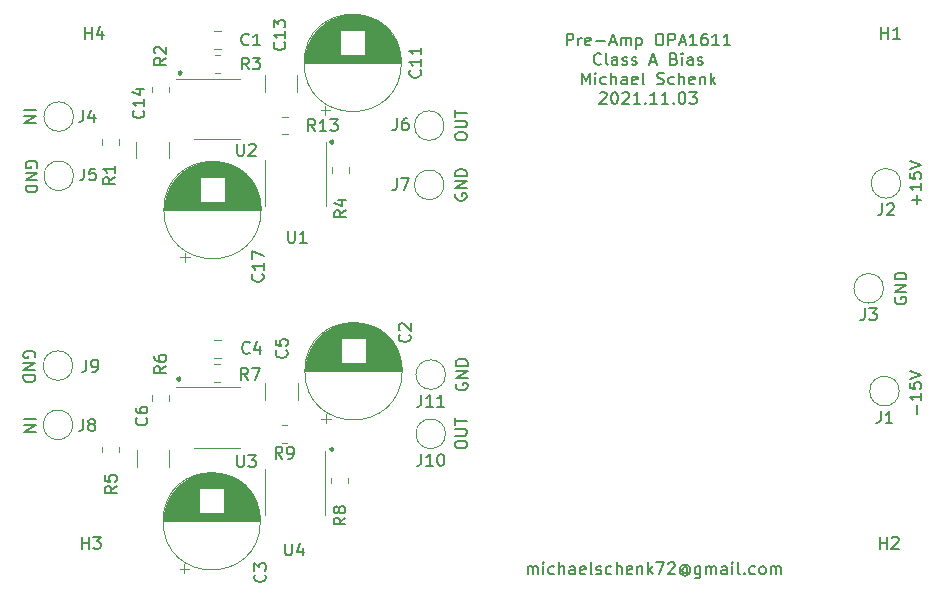
<source format=gbr>
G04 #@! TF.GenerationSoftware,KiCad,Pcbnew,(5.1.10-1-10_14)*
G04 #@! TF.CreationDate,2021-11-03T15:55:19+01:00*
G04 #@! TF.ProjectId,pre-amp-opa1611,7072652d-616d-4702-9d6f-706131363131,rev?*
G04 #@! TF.SameCoordinates,Original*
G04 #@! TF.FileFunction,Legend,Top*
G04 #@! TF.FilePolarity,Positive*
%FSLAX46Y46*%
G04 Gerber Fmt 4.6, Leading zero omitted, Abs format (unit mm)*
G04 Created by KiCad (PCBNEW (5.1.10-1-10_14)) date 2021-11-03 15:55:19*
%MOMM*%
%LPD*%
G01*
G04 APERTURE LIST*
%ADD10C,0.150000*%
%ADD11C,0.120000*%
G04 APERTURE END LIST*
D10*
X149288500Y-135405880D02*
X149193261Y-135453500D01*
X149145642Y-135548738D01*
X149193261Y-135643976D01*
X149288500Y-135691595D01*
X149383738Y-135643976D01*
X149431357Y-135548738D01*
X149383738Y-135453500D01*
X149288500Y-135405880D01*
X136334500Y-129436880D02*
X136239261Y-129484500D01*
X136191642Y-129579738D01*
X136239261Y-129674976D01*
X136334500Y-129722595D01*
X136429738Y-129674976D01*
X136477357Y-129579738D01*
X136429738Y-129484500D01*
X136334500Y-129436880D01*
X149288500Y-109370880D02*
X149193261Y-109418500D01*
X149145642Y-109513738D01*
X149193261Y-109608976D01*
X149288500Y-109656595D01*
X149383738Y-109608976D01*
X149431357Y-109513738D01*
X149383738Y-109418500D01*
X149288500Y-109370880D01*
X136461500Y-103528880D02*
X136366261Y-103576500D01*
X136318642Y-103671738D01*
X136366261Y-103766976D01*
X136461500Y-103814595D01*
X136556738Y-103766976D01*
X136604357Y-103671738D01*
X136556738Y-103576500D01*
X136461500Y-103528880D01*
X123245619Y-133016690D02*
X124245619Y-133016690D01*
X123245619Y-133492880D02*
X124245619Y-133492880D01*
X123245619Y-134064309D01*
X124245619Y-134064309D01*
X124134500Y-127762095D02*
X124182119Y-127666857D01*
X124182119Y-127524000D01*
X124134500Y-127381142D01*
X124039261Y-127285904D01*
X123944023Y-127238285D01*
X123753547Y-127190666D01*
X123610690Y-127190666D01*
X123420214Y-127238285D01*
X123324976Y-127285904D01*
X123229738Y-127381142D01*
X123182119Y-127524000D01*
X123182119Y-127619238D01*
X123229738Y-127762095D01*
X123277357Y-127809714D01*
X123610690Y-127809714D01*
X123610690Y-127619238D01*
X123182119Y-128238285D02*
X124182119Y-128238285D01*
X123182119Y-128809714D01*
X124182119Y-128809714D01*
X123182119Y-129285904D02*
X124182119Y-129285904D01*
X124182119Y-129524000D01*
X124134500Y-129666857D01*
X124039261Y-129762095D01*
X123944023Y-129809714D01*
X123753547Y-129857333D01*
X123610690Y-129857333D01*
X123420214Y-129809714D01*
X123324976Y-129762095D01*
X123229738Y-129666857D01*
X123182119Y-129524000D01*
X123182119Y-129285904D01*
X159726380Y-135239000D02*
X159726380Y-135048523D01*
X159774000Y-134953285D01*
X159869238Y-134858047D01*
X160059714Y-134810428D01*
X160393047Y-134810428D01*
X160583523Y-134858047D01*
X160678761Y-134953285D01*
X160726380Y-135048523D01*
X160726380Y-135239000D01*
X160678761Y-135334238D01*
X160583523Y-135429476D01*
X160393047Y-135477095D01*
X160059714Y-135477095D01*
X159869238Y-135429476D01*
X159774000Y-135334238D01*
X159726380Y-135239000D01*
X159726380Y-134381857D02*
X160535904Y-134381857D01*
X160631142Y-134334238D01*
X160678761Y-134286619D01*
X160726380Y-134191380D01*
X160726380Y-134000904D01*
X160678761Y-133905666D01*
X160631142Y-133858047D01*
X160535904Y-133810428D01*
X159726380Y-133810428D01*
X159726380Y-133477095D02*
X159726380Y-132905666D01*
X160726380Y-133191380D02*
X159726380Y-133191380D01*
X159837500Y-129984404D02*
X159789880Y-130079642D01*
X159789880Y-130222500D01*
X159837500Y-130365357D01*
X159932738Y-130460595D01*
X160027976Y-130508214D01*
X160218452Y-130555833D01*
X160361309Y-130555833D01*
X160551785Y-130508214D01*
X160647023Y-130460595D01*
X160742261Y-130365357D01*
X160789880Y-130222500D01*
X160789880Y-130127261D01*
X160742261Y-129984404D01*
X160694642Y-129936785D01*
X160361309Y-129936785D01*
X160361309Y-130127261D01*
X160789880Y-129508214D02*
X159789880Y-129508214D01*
X160789880Y-128936785D01*
X159789880Y-128936785D01*
X160789880Y-128460595D02*
X159789880Y-128460595D01*
X159789880Y-128222500D01*
X159837500Y-128079642D01*
X159932738Y-127984404D01*
X160027976Y-127936785D01*
X160218452Y-127889166D01*
X160361309Y-127889166D01*
X160551785Y-127936785D01*
X160647023Y-127984404D01*
X160742261Y-128079642D01*
X160789880Y-128222500D01*
X160789880Y-128460595D01*
X196985000Y-122681904D02*
X196937380Y-122777142D01*
X196937380Y-122920000D01*
X196985000Y-123062857D01*
X197080238Y-123158095D01*
X197175476Y-123205714D01*
X197365952Y-123253333D01*
X197508809Y-123253333D01*
X197699285Y-123205714D01*
X197794523Y-123158095D01*
X197889761Y-123062857D01*
X197937380Y-122920000D01*
X197937380Y-122824761D01*
X197889761Y-122681904D01*
X197842142Y-122634285D01*
X197508809Y-122634285D01*
X197508809Y-122824761D01*
X197937380Y-122205714D02*
X196937380Y-122205714D01*
X197937380Y-121634285D01*
X196937380Y-121634285D01*
X197937380Y-121158095D02*
X196937380Y-121158095D01*
X196937380Y-120920000D01*
X196985000Y-120777142D01*
X197080238Y-120681904D01*
X197175476Y-120634285D01*
X197365952Y-120586666D01*
X197508809Y-120586666D01*
X197699285Y-120634285D01*
X197794523Y-120681904D01*
X197889761Y-120777142D01*
X197937380Y-120920000D01*
X197937380Y-121158095D01*
X165879214Y-146121380D02*
X165879214Y-145454714D01*
X165879214Y-145549952D02*
X165926833Y-145502333D01*
X166022071Y-145454714D01*
X166164928Y-145454714D01*
X166260166Y-145502333D01*
X166307785Y-145597571D01*
X166307785Y-146121380D01*
X166307785Y-145597571D02*
X166355404Y-145502333D01*
X166450642Y-145454714D01*
X166593500Y-145454714D01*
X166688738Y-145502333D01*
X166736357Y-145597571D01*
X166736357Y-146121380D01*
X167212547Y-146121380D02*
X167212547Y-145454714D01*
X167212547Y-145121380D02*
X167164928Y-145169000D01*
X167212547Y-145216619D01*
X167260166Y-145169000D01*
X167212547Y-145121380D01*
X167212547Y-145216619D01*
X168117309Y-146073761D02*
X168022071Y-146121380D01*
X167831595Y-146121380D01*
X167736357Y-146073761D01*
X167688738Y-146026142D01*
X167641119Y-145930904D01*
X167641119Y-145645190D01*
X167688738Y-145549952D01*
X167736357Y-145502333D01*
X167831595Y-145454714D01*
X168022071Y-145454714D01*
X168117309Y-145502333D01*
X168545880Y-146121380D02*
X168545880Y-145121380D01*
X168974452Y-146121380D02*
X168974452Y-145597571D01*
X168926833Y-145502333D01*
X168831595Y-145454714D01*
X168688738Y-145454714D01*
X168593500Y-145502333D01*
X168545880Y-145549952D01*
X169879214Y-146121380D02*
X169879214Y-145597571D01*
X169831595Y-145502333D01*
X169736357Y-145454714D01*
X169545880Y-145454714D01*
X169450642Y-145502333D01*
X169879214Y-146073761D02*
X169783976Y-146121380D01*
X169545880Y-146121380D01*
X169450642Y-146073761D01*
X169403023Y-145978523D01*
X169403023Y-145883285D01*
X169450642Y-145788047D01*
X169545880Y-145740428D01*
X169783976Y-145740428D01*
X169879214Y-145692809D01*
X170736357Y-146073761D02*
X170641119Y-146121380D01*
X170450642Y-146121380D01*
X170355404Y-146073761D01*
X170307785Y-145978523D01*
X170307785Y-145597571D01*
X170355404Y-145502333D01*
X170450642Y-145454714D01*
X170641119Y-145454714D01*
X170736357Y-145502333D01*
X170783976Y-145597571D01*
X170783976Y-145692809D01*
X170307785Y-145788047D01*
X171355404Y-146121380D02*
X171260166Y-146073761D01*
X171212547Y-145978523D01*
X171212547Y-145121380D01*
X171688738Y-146073761D02*
X171783976Y-146121380D01*
X171974452Y-146121380D01*
X172069690Y-146073761D01*
X172117309Y-145978523D01*
X172117309Y-145930904D01*
X172069690Y-145835666D01*
X171974452Y-145788047D01*
X171831595Y-145788047D01*
X171736357Y-145740428D01*
X171688738Y-145645190D01*
X171688738Y-145597571D01*
X171736357Y-145502333D01*
X171831595Y-145454714D01*
X171974452Y-145454714D01*
X172069690Y-145502333D01*
X172974452Y-146073761D02*
X172879214Y-146121380D01*
X172688738Y-146121380D01*
X172593500Y-146073761D01*
X172545880Y-146026142D01*
X172498261Y-145930904D01*
X172498261Y-145645190D01*
X172545880Y-145549952D01*
X172593500Y-145502333D01*
X172688738Y-145454714D01*
X172879214Y-145454714D01*
X172974452Y-145502333D01*
X173403023Y-146121380D02*
X173403023Y-145121380D01*
X173831595Y-146121380D02*
X173831595Y-145597571D01*
X173783976Y-145502333D01*
X173688738Y-145454714D01*
X173545880Y-145454714D01*
X173450642Y-145502333D01*
X173403023Y-145549952D01*
X174688738Y-146073761D02*
X174593500Y-146121380D01*
X174403023Y-146121380D01*
X174307785Y-146073761D01*
X174260166Y-145978523D01*
X174260166Y-145597571D01*
X174307785Y-145502333D01*
X174403023Y-145454714D01*
X174593500Y-145454714D01*
X174688738Y-145502333D01*
X174736357Y-145597571D01*
X174736357Y-145692809D01*
X174260166Y-145788047D01*
X175164928Y-145454714D02*
X175164928Y-146121380D01*
X175164928Y-145549952D02*
X175212547Y-145502333D01*
X175307785Y-145454714D01*
X175450642Y-145454714D01*
X175545880Y-145502333D01*
X175593500Y-145597571D01*
X175593500Y-146121380D01*
X176069690Y-146121380D02*
X176069690Y-145121380D01*
X176164928Y-145740428D02*
X176450642Y-146121380D01*
X176450642Y-145454714D02*
X176069690Y-145835666D01*
X176783976Y-145121380D02*
X177450642Y-145121380D01*
X177022071Y-146121380D01*
X177783976Y-145216619D02*
X177831595Y-145169000D01*
X177926833Y-145121380D01*
X178164928Y-145121380D01*
X178260166Y-145169000D01*
X178307785Y-145216619D01*
X178355404Y-145311857D01*
X178355404Y-145407095D01*
X178307785Y-145549952D01*
X177736357Y-146121380D01*
X178355404Y-146121380D01*
X179403023Y-145645190D02*
X179355404Y-145597571D01*
X179260166Y-145549952D01*
X179164928Y-145549952D01*
X179069690Y-145597571D01*
X179022071Y-145645190D01*
X178974452Y-145740428D01*
X178974452Y-145835666D01*
X179022071Y-145930904D01*
X179069690Y-145978523D01*
X179164928Y-146026142D01*
X179260166Y-146026142D01*
X179355404Y-145978523D01*
X179403023Y-145930904D01*
X179403023Y-145549952D02*
X179403023Y-145930904D01*
X179450642Y-145978523D01*
X179498261Y-145978523D01*
X179593500Y-145930904D01*
X179641119Y-145835666D01*
X179641119Y-145597571D01*
X179545880Y-145454714D01*
X179403023Y-145359476D01*
X179212547Y-145311857D01*
X179022071Y-145359476D01*
X178879214Y-145454714D01*
X178783976Y-145597571D01*
X178736357Y-145788047D01*
X178783976Y-145978523D01*
X178879214Y-146121380D01*
X179022071Y-146216619D01*
X179212547Y-146264238D01*
X179403023Y-146216619D01*
X179545880Y-146121380D01*
X180498261Y-145454714D02*
X180498261Y-146264238D01*
X180450642Y-146359476D01*
X180403023Y-146407095D01*
X180307785Y-146454714D01*
X180164928Y-146454714D01*
X180069690Y-146407095D01*
X180498261Y-146073761D02*
X180403023Y-146121380D01*
X180212547Y-146121380D01*
X180117309Y-146073761D01*
X180069690Y-146026142D01*
X180022071Y-145930904D01*
X180022071Y-145645190D01*
X180069690Y-145549952D01*
X180117309Y-145502333D01*
X180212547Y-145454714D01*
X180403023Y-145454714D01*
X180498261Y-145502333D01*
X180974452Y-146121380D02*
X180974452Y-145454714D01*
X180974452Y-145549952D02*
X181022071Y-145502333D01*
X181117309Y-145454714D01*
X181260166Y-145454714D01*
X181355404Y-145502333D01*
X181403023Y-145597571D01*
X181403023Y-146121380D01*
X181403023Y-145597571D02*
X181450642Y-145502333D01*
X181545880Y-145454714D01*
X181688738Y-145454714D01*
X181783976Y-145502333D01*
X181831595Y-145597571D01*
X181831595Y-146121380D01*
X182736357Y-146121380D02*
X182736357Y-145597571D01*
X182688738Y-145502333D01*
X182593500Y-145454714D01*
X182403023Y-145454714D01*
X182307785Y-145502333D01*
X182736357Y-146073761D02*
X182641119Y-146121380D01*
X182403023Y-146121380D01*
X182307785Y-146073761D01*
X182260166Y-145978523D01*
X182260166Y-145883285D01*
X182307785Y-145788047D01*
X182403023Y-145740428D01*
X182641119Y-145740428D01*
X182736357Y-145692809D01*
X183212547Y-146121380D02*
X183212547Y-145454714D01*
X183212547Y-145121380D02*
X183164928Y-145169000D01*
X183212547Y-145216619D01*
X183260166Y-145169000D01*
X183212547Y-145121380D01*
X183212547Y-145216619D01*
X183831595Y-146121380D02*
X183736357Y-146073761D01*
X183688738Y-145978523D01*
X183688738Y-145121380D01*
X184212547Y-146026142D02*
X184260166Y-146073761D01*
X184212547Y-146121380D01*
X184164928Y-146073761D01*
X184212547Y-146026142D01*
X184212547Y-146121380D01*
X185117309Y-146073761D02*
X185022071Y-146121380D01*
X184831595Y-146121380D01*
X184736357Y-146073761D01*
X184688738Y-146026142D01*
X184641119Y-145930904D01*
X184641119Y-145645190D01*
X184688738Y-145549952D01*
X184736357Y-145502333D01*
X184831595Y-145454714D01*
X185022071Y-145454714D01*
X185117309Y-145502333D01*
X185688738Y-146121380D02*
X185593500Y-146073761D01*
X185545880Y-146026142D01*
X185498261Y-145930904D01*
X185498261Y-145645190D01*
X185545880Y-145549952D01*
X185593500Y-145502333D01*
X185688738Y-145454714D01*
X185831595Y-145454714D01*
X185926833Y-145502333D01*
X185974452Y-145549952D01*
X186022071Y-145645190D01*
X186022071Y-145930904D01*
X185974452Y-146026142D01*
X185926833Y-146073761D01*
X185831595Y-146121380D01*
X185688738Y-146121380D01*
X186450642Y-146121380D02*
X186450642Y-145454714D01*
X186450642Y-145549952D02*
X186498261Y-145502333D01*
X186593500Y-145454714D01*
X186736357Y-145454714D01*
X186831595Y-145502333D01*
X186879214Y-145597571D01*
X186879214Y-146121380D01*
X186879214Y-145597571D02*
X186926833Y-145502333D01*
X187022071Y-145454714D01*
X187164928Y-145454714D01*
X187260166Y-145502333D01*
X187307785Y-145597571D01*
X187307785Y-146121380D01*
X169180738Y-101355380D02*
X169180738Y-100355380D01*
X169561690Y-100355380D01*
X169656928Y-100403000D01*
X169704547Y-100450619D01*
X169752166Y-100545857D01*
X169752166Y-100688714D01*
X169704547Y-100783952D01*
X169656928Y-100831571D01*
X169561690Y-100879190D01*
X169180738Y-100879190D01*
X170180738Y-101355380D02*
X170180738Y-100688714D01*
X170180738Y-100879190D02*
X170228357Y-100783952D01*
X170275976Y-100736333D01*
X170371214Y-100688714D01*
X170466452Y-100688714D01*
X171180738Y-101307761D02*
X171085500Y-101355380D01*
X170895023Y-101355380D01*
X170799785Y-101307761D01*
X170752166Y-101212523D01*
X170752166Y-100831571D01*
X170799785Y-100736333D01*
X170895023Y-100688714D01*
X171085500Y-100688714D01*
X171180738Y-100736333D01*
X171228357Y-100831571D01*
X171228357Y-100926809D01*
X170752166Y-101022047D01*
X171656928Y-100974428D02*
X172418833Y-100974428D01*
X172847404Y-101069666D02*
X173323595Y-101069666D01*
X172752166Y-101355380D02*
X173085500Y-100355380D01*
X173418833Y-101355380D01*
X173752166Y-101355380D02*
X173752166Y-100688714D01*
X173752166Y-100783952D02*
X173799785Y-100736333D01*
X173895023Y-100688714D01*
X174037880Y-100688714D01*
X174133119Y-100736333D01*
X174180738Y-100831571D01*
X174180738Y-101355380D01*
X174180738Y-100831571D02*
X174228357Y-100736333D01*
X174323595Y-100688714D01*
X174466452Y-100688714D01*
X174561690Y-100736333D01*
X174609309Y-100831571D01*
X174609309Y-101355380D01*
X175085500Y-100688714D02*
X175085500Y-101688714D01*
X175085500Y-100736333D02*
X175180738Y-100688714D01*
X175371214Y-100688714D01*
X175466452Y-100736333D01*
X175514071Y-100783952D01*
X175561690Y-100879190D01*
X175561690Y-101164904D01*
X175514071Y-101260142D01*
X175466452Y-101307761D01*
X175371214Y-101355380D01*
X175180738Y-101355380D01*
X175085500Y-101307761D01*
X176942642Y-100355380D02*
X177133119Y-100355380D01*
X177228357Y-100403000D01*
X177323595Y-100498238D01*
X177371214Y-100688714D01*
X177371214Y-101022047D01*
X177323595Y-101212523D01*
X177228357Y-101307761D01*
X177133119Y-101355380D01*
X176942642Y-101355380D01*
X176847404Y-101307761D01*
X176752166Y-101212523D01*
X176704547Y-101022047D01*
X176704547Y-100688714D01*
X176752166Y-100498238D01*
X176847404Y-100403000D01*
X176942642Y-100355380D01*
X177799785Y-101355380D02*
X177799785Y-100355380D01*
X178180738Y-100355380D01*
X178275976Y-100403000D01*
X178323595Y-100450619D01*
X178371214Y-100545857D01*
X178371214Y-100688714D01*
X178323595Y-100783952D01*
X178275976Y-100831571D01*
X178180738Y-100879190D01*
X177799785Y-100879190D01*
X178752166Y-101069666D02*
X179228357Y-101069666D01*
X178656928Y-101355380D02*
X178990261Y-100355380D01*
X179323595Y-101355380D01*
X180180738Y-101355380D02*
X179609309Y-101355380D01*
X179895023Y-101355380D02*
X179895023Y-100355380D01*
X179799785Y-100498238D01*
X179704547Y-100593476D01*
X179609309Y-100641095D01*
X181037880Y-100355380D02*
X180847404Y-100355380D01*
X180752166Y-100403000D01*
X180704547Y-100450619D01*
X180609309Y-100593476D01*
X180561690Y-100783952D01*
X180561690Y-101164904D01*
X180609309Y-101260142D01*
X180656928Y-101307761D01*
X180752166Y-101355380D01*
X180942642Y-101355380D01*
X181037880Y-101307761D01*
X181085500Y-101260142D01*
X181133119Y-101164904D01*
X181133119Y-100926809D01*
X181085500Y-100831571D01*
X181037880Y-100783952D01*
X180942642Y-100736333D01*
X180752166Y-100736333D01*
X180656928Y-100783952D01*
X180609309Y-100831571D01*
X180561690Y-100926809D01*
X182085500Y-101355380D02*
X181514071Y-101355380D01*
X181799785Y-101355380D02*
X181799785Y-100355380D01*
X181704547Y-100498238D01*
X181609309Y-100593476D01*
X181514071Y-100641095D01*
X183037880Y-101355380D02*
X182466452Y-101355380D01*
X182752166Y-101355380D02*
X182752166Y-100355380D01*
X182656928Y-100498238D01*
X182561690Y-100593476D01*
X182466452Y-100641095D01*
X172085500Y-102910142D02*
X172037880Y-102957761D01*
X171895023Y-103005380D01*
X171799785Y-103005380D01*
X171656928Y-102957761D01*
X171561690Y-102862523D01*
X171514071Y-102767285D01*
X171466452Y-102576809D01*
X171466452Y-102433952D01*
X171514071Y-102243476D01*
X171561690Y-102148238D01*
X171656928Y-102053000D01*
X171799785Y-102005380D01*
X171895023Y-102005380D01*
X172037880Y-102053000D01*
X172085500Y-102100619D01*
X172656928Y-103005380D02*
X172561690Y-102957761D01*
X172514071Y-102862523D01*
X172514071Y-102005380D01*
X173466452Y-103005380D02*
X173466452Y-102481571D01*
X173418833Y-102386333D01*
X173323595Y-102338714D01*
X173133119Y-102338714D01*
X173037880Y-102386333D01*
X173466452Y-102957761D02*
X173371214Y-103005380D01*
X173133119Y-103005380D01*
X173037880Y-102957761D01*
X172990261Y-102862523D01*
X172990261Y-102767285D01*
X173037880Y-102672047D01*
X173133119Y-102624428D01*
X173371214Y-102624428D01*
X173466452Y-102576809D01*
X173895023Y-102957761D02*
X173990261Y-103005380D01*
X174180738Y-103005380D01*
X174275976Y-102957761D01*
X174323595Y-102862523D01*
X174323595Y-102814904D01*
X174275976Y-102719666D01*
X174180738Y-102672047D01*
X174037880Y-102672047D01*
X173942642Y-102624428D01*
X173895023Y-102529190D01*
X173895023Y-102481571D01*
X173942642Y-102386333D01*
X174037880Y-102338714D01*
X174180738Y-102338714D01*
X174275976Y-102386333D01*
X174704547Y-102957761D02*
X174799785Y-103005380D01*
X174990261Y-103005380D01*
X175085500Y-102957761D01*
X175133119Y-102862523D01*
X175133119Y-102814904D01*
X175085500Y-102719666D01*
X174990261Y-102672047D01*
X174847404Y-102672047D01*
X174752166Y-102624428D01*
X174704547Y-102529190D01*
X174704547Y-102481571D01*
X174752166Y-102386333D01*
X174847404Y-102338714D01*
X174990261Y-102338714D01*
X175085500Y-102386333D01*
X176275976Y-102719666D02*
X176752166Y-102719666D01*
X176180738Y-103005380D02*
X176514071Y-102005380D01*
X176847404Y-103005380D01*
X178275976Y-102481571D02*
X178418833Y-102529190D01*
X178466452Y-102576809D01*
X178514071Y-102672047D01*
X178514071Y-102814904D01*
X178466452Y-102910142D01*
X178418833Y-102957761D01*
X178323595Y-103005380D01*
X177942642Y-103005380D01*
X177942642Y-102005380D01*
X178275976Y-102005380D01*
X178371214Y-102053000D01*
X178418833Y-102100619D01*
X178466452Y-102195857D01*
X178466452Y-102291095D01*
X178418833Y-102386333D01*
X178371214Y-102433952D01*
X178275976Y-102481571D01*
X177942642Y-102481571D01*
X178942642Y-103005380D02*
X178942642Y-102338714D01*
X178942642Y-102005380D02*
X178895023Y-102053000D01*
X178942642Y-102100619D01*
X178990261Y-102053000D01*
X178942642Y-102005380D01*
X178942642Y-102100619D01*
X179847404Y-103005380D02*
X179847404Y-102481571D01*
X179799785Y-102386333D01*
X179704547Y-102338714D01*
X179514071Y-102338714D01*
X179418833Y-102386333D01*
X179847404Y-102957761D02*
X179752166Y-103005380D01*
X179514071Y-103005380D01*
X179418833Y-102957761D01*
X179371214Y-102862523D01*
X179371214Y-102767285D01*
X179418833Y-102672047D01*
X179514071Y-102624428D01*
X179752166Y-102624428D01*
X179847404Y-102576809D01*
X180275976Y-102957761D02*
X180371214Y-103005380D01*
X180561690Y-103005380D01*
X180656928Y-102957761D01*
X180704547Y-102862523D01*
X180704547Y-102814904D01*
X180656928Y-102719666D01*
X180561690Y-102672047D01*
X180418833Y-102672047D01*
X180323595Y-102624428D01*
X180275976Y-102529190D01*
X180275976Y-102481571D01*
X180323595Y-102386333D01*
X180418833Y-102338714D01*
X180561690Y-102338714D01*
X180656928Y-102386333D01*
X170466452Y-104655380D02*
X170466452Y-103655380D01*
X170799785Y-104369666D01*
X171133119Y-103655380D01*
X171133119Y-104655380D01*
X171609309Y-104655380D02*
X171609309Y-103988714D01*
X171609309Y-103655380D02*
X171561690Y-103703000D01*
X171609309Y-103750619D01*
X171656928Y-103703000D01*
X171609309Y-103655380D01*
X171609309Y-103750619D01*
X172514071Y-104607761D02*
X172418833Y-104655380D01*
X172228357Y-104655380D01*
X172133119Y-104607761D01*
X172085500Y-104560142D01*
X172037880Y-104464904D01*
X172037880Y-104179190D01*
X172085500Y-104083952D01*
X172133119Y-104036333D01*
X172228357Y-103988714D01*
X172418833Y-103988714D01*
X172514071Y-104036333D01*
X172942642Y-104655380D02*
X172942642Y-103655380D01*
X173371214Y-104655380D02*
X173371214Y-104131571D01*
X173323595Y-104036333D01*
X173228357Y-103988714D01*
X173085500Y-103988714D01*
X172990261Y-104036333D01*
X172942642Y-104083952D01*
X174275976Y-104655380D02*
X174275976Y-104131571D01*
X174228357Y-104036333D01*
X174133119Y-103988714D01*
X173942642Y-103988714D01*
X173847404Y-104036333D01*
X174275976Y-104607761D02*
X174180738Y-104655380D01*
X173942642Y-104655380D01*
X173847404Y-104607761D01*
X173799785Y-104512523D01*
X173799785Y-104417285D01*
X173847404Y-104322047D01*
X173942642Y-104274428D01*
X174180738Y-104274428D01*
X174275976Y-104226809D01*
X175133119Y-104607761D02*
X175037880Y-104655380D01*
X174847404Y-104655380D01*
X174752166Y-104607761D01*
X174704547Y-104512523D01*
X174704547Y-104131571D01*
X174752166Y-104036333D01*
X174847404Y-103988714D01*
X175037880Y-103988714D01*
X175133119Y-104036333D01*
X175180738Y-104131571D01*
X175180738Y-104226809D01*
X174704547Y-104322047D01*
X175752166Y-104655380D02*
X175656928Y-104607761D01*
X175609309Y-104512523D01*
X175609309Y-103655380D01*
X176847404Y-104607761D02*
X176990261Y-104655380D01*
X177228357Y-104655380D01*
X177323595Y-104607761D01*
X177371214Y-104560142D01*
X177418833Y-104464904D01*
X177418833Y-104369666D01*
X177371214Y-104274428D01*
X177323595Y-104226809D01*
X177228357Y-104179190D01*
X177037880Y-104131571D01*
X176942642Y-104083952D01*
X176895023Y-104036333D01*
X176847404Y-103941095D01*
X176847404Y-103845857D01*
X176895023Y-103750619D01*
X176942642Y-103703000D01*
X177037880Y-103655380D01*
X177275976Y-103655380D01*
X177418833Y-103703000D01*
X178275976Y-104607761D02*
X178180738Y-104655380D01*
X177990261Y-104655380D01*
X177895023Y-104607761D01*
X177847404Y-104560142D01*
X177799785Y-104464904D01*
X177799785Y-104179190D01*
X177847404Y-104083952D01*
X177895023Y-104036333D01*
X177990261Y-103988714D01*
X178180738Y-103988714D01*
X178275976Y-104036333D01*
X178704547Y-104655380D02*
X178704547Y-103655380D01*
X179133119Y-104655380D02*
X179133119Y-104131571D01*
X179085500Y-104036333D01*
X178990261Y-103988714D01*
X178847404Y-103988714D01*
X178752166Y-104036333D01*
X178704547Y-104083952D01*
X179990261Y-104607761D02*
X179895023Y-104655380D01*
X179704547Y-104655380D01*
X179609309Y-104607761D01*
X179561690Y-104512523D01*
X179561690Y-104131571D01*
X179609309Y-104036333D01*
X179704547Y-103988714D01*
X179895023Y-103988714D01*
X179990261Y-104036333D01*
X180037880Y-104131571D01*
X180037880Y-104226809D01*
X179561690Y-104322047D01*
X180466452Y-103988714D02*
X180466452Y-104655380D01*
X180466452Y-104083952D02*
X180514071Y-104036333D01*
X180609309Y-103988714D01*
X180752166Y-103988714D01*
X180847404Y-104036333D01*
X180895023Y-104131571D01*
X180895023Y-104655380D01*
X181371214Y-104655380D02*
X181371214Y-103655380D01*
X181466452Y-104274428D02*
X181752166Y-104655380D01*
X181752166Y-103988714D02*
X181371214Y-104369666D01*
X171990261Y-105400619D02*
X172037880Y-105353000D01*
X172133119Y-105305380D01*
X172371214Y-105305380D01*
X172466452Y-105353000D01*
X172514071Y-105400619D01*
X172561690Y-105495857D01*
X172561690Y-105591095D01*
X172514071Y-105733952D01*
X171942642Y-106305380D01*
X172561690Y-106305380D01*
X173180738Y-105305380D02*
X173275976Y-105305380D01*
X173371214Y-105353000D01*
X173418833Y-105400619D01*
X173466452Y-105495857D01*
X173514071Y-105686333D01*
X173514071Y-105924428D01*
X173466452Y-106114904D01*
X173418833Y-106210142D01*
X173371214Y-106257761D01*
X173275976Y-106305380D01*
X173180738Y-106305380D01*
X173085500Y-106257761D01*
X173037880Y-106210142D01*
X172990261Y-106114904D01*
X172942642Y-105924428D01*
X172942642Y-105686333D01*
X172990261Y-105495857D01*
X173037880Y-105400619D01*
X173085500Y-105353000D01*
X173180738Y-105305380D01*
X173895023Y-105400619D02*
X173942642Y-105353000D01*
X174037880Y-105305380D01*
X174275976Y-105305380D01*
X174371214Y-105353000D01*
X174418833Y-105400619D01*
X174466452Y-105495857D01*
X174466452Y-105591095D01*
X174418833Y-105733952D01*
X173847404Y-106305380D01*
X174466452Y-106305380D01*
X175418833Y-106305380D02*
X174847404Y-106305380D01*
X175133119Y-106305380D02*
X175133119Y-105305380D01*
X175037880Y-105448238D01*
X174942642Y-105543476D01*
X174847404Y-105591095D01*
X175847404Y-106210142D02*
X175895023Y-106257761D01*
X175847404Y-106305380D01*
X175799785Y-106257761D01*
X175847404Y-106210142D01*
X175847404Y-106305380D01*
X176847404Y-106305380D02*
X176275976Y-106305380D01*
X176561690Y-106305380D02*
X176561690Y-105305380D01*
X176466452Y-105448238D01*
X176371214Y-105543476D01*
X176275976Y-105591095D01*
X177799785Y-106305380D02*
X177228357Y-106305380D01*
X177514071Y-106305380D02*
X177514071Y-105305380D01*
X177418833Y-105448238D01*
X177323595Y-105543476D01*
X177228357Y-105591095D01*
X178228357Y-106210142D02*
X178275976Y-106257761D01*
X178228357Y-106305380D01*
X178180738Y-106257761D01*
X178228357Y-106210142D01*
X178228357Y-106305380D01*
X178895023Y-105305380D02*
X178990261Y-105305380D01*
X179085500Y-105353000D01*
X179133119Y-105400619D01*
X179180738Y-105495857D01*
X179228357Y-105686333D01*
X179228357Y-105924428D01*
X179180738Y-106114904D01*
X179133119Y-106210142D01*
X179085500Y-106257761D01*
X178990261Y-106305380D01*
X178895023Y-106305380D01*
X178799785Y-106257761D01*
X178752166Y-106210142D01*
X178704547Y-106114904D01*
X178656928Y-105924428D01*
X178656928Y-105686333D01*
X178704547Y-105495857D01*
X178752166Y-105400619D01*
X178799785Y-105353000D01*
X178895023Y-105305380D01*
X179561690Y-105305380D02*
X180180738Y-105305380D01*
X179847404Y-105686333D01*
X179990261Y-105686333D01*
X180085500Y-105733952D01*
X180133119Y-105781571D01*
X180180738Y-105876809D01*
X180180738Y-106114904D01*
X180133119Y-106210142D01*
X180085500Y-106257761D01*
X179990261Y-106305380D01*
X179704547Y-106305380D01*
X179609309Y-106257761D01*
X179561690Y-106210142D01*
X159774000Y-113918904D02*
X159726380Y-114014142D01*
X159726380Y-114157000D01*
X159774000Y-114299857D01*
X159869238Y-114395095D01*
X159964476Y-114442714D01*
X160154952Y-114490333D01*
X160297809Y-114490333D01*
X160488285Y-114442714D01*
X160583523Y-114395095D01*
X160678761Y-114299857D01*
X160726380Y-114157000D01*
X160726380Y-114061761D01*
X160678761Y-113918904D01*
X160631142Y-113871285D01*
X160297809Y-113871285D01*
X160297809Y-114061761D01*
X160726380Y-113442714D02*
X159726380Y-113442714D01*
X160726380Y-112871285D01*
X159726380Y-112871285D01*
X160726380Y-112395095D02*
X159726380Y-112395095D01*
X159726380Y-112157000D01*
X159774000Y-112014142D01*
X159869238Y-111918904D01*
X159964476Y-111871285D01*
X160154952Y-111823666D01*
X160297809Y-111823666D01*
X160488285Y-111871285D01*
X160583523Y-111918904D01*
X160678761Y-112014142D01*
X160726380Y-112157000D01*
X160726380Y-112395095D01*
X159726380Y-109140500D02*
X159726380Y-108950023D01*
X159774000Y-108854785D01*
X159869238Y-108759547D01*
X160059714Y-108711928D01*
X160393047Y-108711928D01*
X160583523Y-108759547D01*
X160678761Y-108854785D01*
X160726380Y-108950023D01*
X160726380Y-109140500D01*
X160678761Y-109235738D01*
X160583523Y-109330976D01*
X160393047Y-109378595D01*
X160059714Y-109378595D01*
X159869238Y-109330976D01*
X159774000Y-109235738D01*
X159726380Y-109140500D01*
X159726380Y-108283357D02*
X160535904Y-108283357D01*
X160631142Y-108235738D01*
X160678761Y-108188119D01*
X160726380Y-108092880D01*
X160726380Y-107902404D01*
X160678761Y-107807166D01*
X160631142Y-107759547D01*
X160535904Y-107711928D01*
X159726380Y-107711928D01*
X159726380Y-107378595D02*
X159726380Y-106807166D01*
X160726380Y-107092880D02*
X159726380Y-107092880D01*
X124325000Y-111696595D02*
X124372619Y-111601357D01*
X124372619Y-111458500D01*
X124325000Y-111315642D01*
X124229761Y-111220404D01*
X124134523Y-111172785D01*
X123944047Y-111125166D01*
X123801190Y-111125166D01*
X123610714Y-111172785D01*
X123515476Y-111220404D01*
X123420238Y-111315642D01*
X123372619Y-111458500D01*
X123372619Y-111553738D01*
X123420238Y-111696595D01*
X123467857Y-111744214D01*
X123801190Y-111744214D01*
X123801190Y-111553738D01*
X123372619Y-112172785D02*
X124372619Y-112172785D01*
X123372619Y-112744214D01*
X124372619Y-112744214D01*
X123372619Y-113220404D02*
X124372619Y-113220404D01*
X124372619Y-113458500D01*
X124325000Y-113601357D01*
X124229761Y-113696595D01*
X124134523Y-113744214D01*
X123944047Y-113791833D01*
X123801190Y-113791833D01*
X123610714Y-113744214D01*
X123515476Y-113696595D01*
X123420238Y-113601357D01*
X123372619Y-113458500D01*
X123372619Y-113220404D01*
X123245619Y-106854690D02*
X124245619Y-106854690D01*
X123245619Y-107330880D02*
X124245619Y-107330880D01*
X123245619Y-107902309D01*
X124245619Y-107902309D01*
X198826428Y-132571904D02*
X198826428Y-131810000D01*
X199207380Y-130810000D02*
X199207380Y-131381428D01*
X199207380Y-131095714D02*
X198207380Y-131095714D01*
X198350238Y-131190952D01*
X198445476Y-131286190D01*
X198493095Y-131381428D01*
X198207380Y-129905238D02*
X198207380Y-130381428D01*
X198683571Y-130429047D01*
X198635952Y-130381428D01*
X198588333Y-130286190D01*
X198588333Y-130048095D01*
X198635952Y-129952857D01*
X198683571Y-129905238D01*
X198778809Y-129857619D01*
X199016904Y-129857619D01*
X199112142Y-129905238D01*
X199159761Y-129952857D01*
X199207380Y-130048095D01*
X199207380Y-130286190D01*
X199159761Y-130381428D01*
X199112142Y-130429047D01*
X198207380Y-129571904D02*
X199207380Y-129238571D01*
X198207380Y-128905238D01*
X198826428Y-114791904D02*
X198826428Y-114030000D01*
X199207380Y-114410952D02*
X198445476Y-114410952D01*
X199207380Y-113030000D02*
X199207380Y-113601428D01*
X199207380Y-113315714D02*
X198207380Y-113315714D01*
X198350238Y-113410952D01*
X198445476Y-113506190D01*
X198493095Y-113601428D01*
X198207380Y-112125238D02*
X198207380Y-112601428D01*
X198683571Y-112649047D01*
X198635952Y-112601428D01*
X198588333Y-112506190D01*
X198588333Y-112268095D01*
X198635952Y-112172857D01*
X198683571Y-112125238D01*
X198778809Y-112077619D01*
X199016904Y-112077619D01*
X199112142Y-112125238D01*
X199159761Y-112172857D01*
X199207380Y-112268095D01*
X199207380Y-112506190D01*
X199159761Y-112601428D01*
X199112142Y-112649047D01*
X198207380Y-111791904D02*
X199207380Y-111458571D01*
X198207380Y-111125238D01*
D11*
X139571500Y-109303500D02*
X141521500Y-109303500D01*
X139571500Y-109303500D02*
X137621500Y-109303500D01*
X139571500Y-104183500D02*
X141521500Y-104183500D01*
X139571500Y-104183500D02*
X136121500Y-104183500D01*
X132752000Y-109499748D02*
X132752000Y-110922252D01*
X135472000Y-109499748D02*
X135472000Y-110922252D01*
X143617000Y-139127000D02*
X143617000Y-141077000D01*
X143617000Y-139127000D02*
X143617000Y-137177000D01*
X148737000Y-139127000D02*
X148737000Y-141077000D01*
X148737000Y-139127000D02*
X148737000Y-135677000D01*
X139571500Y-135402000D02*
X141521500Y-135402000D01*
X139571500Y-135402000D02*
X137621500Y-135402000D01*
X139571500Y-130282000D02*
X141521500Y-130282000D01*
X139571500Y-130282000D02*
X136121500Y-130282000D01*
X145499064Y-134974000D02*
X145044936Y-134974000D01*
X145499064Y-133504000D02*
X145044936Y-133504000D01*
X150658500Y-137964936D02*
X150658500Y-138419064D01*
X149188500Y-137964936D02*
X149188500Y-138419064D01*
X139816064Y-129830500D02*
X139361936Y-129830500D01*
X139816064Y-128360500D02*
X139361936Y-128360500D01*
X135545500Y-130979936D02*
X135545500Y-131434064D01*
X134075500Y-130979936D02*
X134075500Y-131434064D01*
X131291000Y-135329436D02*
X131291000Y-135783564D01*
X129821000Y-135329436D02*
X129821000Y-135783564D01*
X158921500Y-129222500D02*
G75*
G03*
X158921500Y-129222500I-1251000J0D01*
G01*
X158921500Y-134239000D02*
G75*
G03*
X158921500Y-134239000I-1251000J0D01*
G01*
X127362000Y-128460500D02*
G75*
G03*
X127362000Y-128460500I-1251000J0D01*
G01*
X127362000Y-133477000D02*
G75*
G03*
X127362000Y-133477000I-1251000J0D01*
G01*
X135535500Y-135598248D02*
X135535500Y-137020752D01*
X132815500Y-135598248D02*
X132815500Y-137020752D01*
X146394000Y-129933248D02*
X146394000Y-131355752D01*
X143674000Y-129933248D02*
X143674000Y-131355752D01*
X139353748Y-126328500D02*
X139876252Y-126328500D01*
X139353748Y-127798500D02*
X139876252Y-127798500D01*
X143248500Y-141640500D02*
G75*
G03*
X143248500Y-141640500I-4120000J0D01*
G01*
X135048500Y-141640500D02*
X143208500Y-141640500D01*
X135048500Y-141600500D02*
X143208500Y-141600500D01*
X135048500Y-141560500D02*
X143208500Y-141560500D01*
X135049500Y-141520500D02*
X143207500Y-141520500D01*
X135051500Y-141480500D02*
X143205500Y-141480500D01*
X135052500Y-141440500D02*
X143204500Y-141440500D01*
X135054500Y-141400500D02*
X143202500Y-141400500D01*
X135057500Y-141360500D02*
X143199500Y-141360500D01*
X135060500Y-141320500D02*
X143196500Y-141320500D01*
X135063500Y-141280500D02*
X143193500Y-141280500D01*
X135067500Y-141240500D02*
X143189500Y-141240500D01*
X135071500Y-141200500D02*
X143185500Y-141200500D01*
X135076500Y-141160500D02*
X143180500Y-141160500D01*
X135080500Y-141120500D02*
X143176500Y-141120500D01*
X135086500Y-141080500D02*
X143170500Y-141080500D01*
X135091500Y-141040500D02*
X143165500Y-141040500D01*
X135098500Y-141000500D02*
X143158500Y-141000500D01*
X135104500Y-140960500D02*
X143152500Y-140960500D01*
X135111500Y-140919500D02*
X138088500Y-140919500D01*
X140168500Y-140919500D02*
X143145500Y-140919500D01*
X135118500Y-140879500D02*
X138088500Y-140879500D01*
X140168500Y-140879500D02*
X143138500Y-140879500D01*
X135126500Y-140839500D02*
X138088500Y-140839500D01*
X140168500Y-140839500D02*
X143130500Y-140839500D01*
X135134500Y-140799500D02*
X138088500Y-140799500D01*
X140168500Y-140799500D02*
X143122500Y-140799500D01*
X135143500Y-140759500D02*
X138088500Y-140759500D01*
X140168500Y-140759500D02*
X143113500Y-140759500D01*
X135152500Y-140719500D02*
X138088500Y-140719500D01*
X140168500Y-140719500D02*
X143104500Y-140719500D01*
X135161500Y-140679500D02*
X138088500Y-140679500D01*
X140168500Y-140679500D02*
X143095500Y-140679500D01*
X135171500Y-140639500D02*
X138088500Y-140639500D01*
X140168500Y-140639500D02*
X143085500Y-140639500D01*
X135181500Y-140599500D02*
X138088500Y-140599500D01*
X140168500Y-140599500D02*
X143075500Y-140599500D01*
X135192500Y-140559500D02*
X138088500Y-140559500D01*
X140168500Y-140559500D02*
X143064500Y-140559500D01*
X135203500Y-140519500D02*
X138088500Y-140519500D01*
X140168500Y-140519500D02*
X143053500Y-140519500D01*
X135214500Y-140479500D02*
X138088500Y-140479500D01*
X140168500Y-140479500D02*
X143042500Y-140479500D01*
X135226500Y-140439500D02*
X138088500Y-140439500D01*
X140168500Y-140439500D02*
X143030500Y-140439500D01*
X135239500Y-140399500D02*
X138088500Y-140399500D01*
X140168500Y-140399500D02*
X143017500Y-140399500D01*
X135251500Y-140359500D02*
X138088500Y-140359500D01*
X140168500Y-140359500D02*
X143005500Y-140359500D01*
X135265500Y-140319500D02*
X138088500Y-140319500D01*
X140168500Y-140319500D02*
X142991500Y-140319500D01*
X135278500Y-140279500D02*
X138088500Y-140279500D01*
X140168500Y-140279500D02*
X142978500Y-140279500D01*
X135293500Y-140239500D02*
X138088500Y-140239500D01*
X140168500Y-140239500D02*
X142963500Y-140239500D01*
X135307500Y-140199500D02*
X138088500Y-140199500D01*
X140168500Y-140199500D02*
X142949500Y-140199500D01*
X135323500Y-140159500D02*
X138088500Y-140159500D01*
X140168500Y-140159500D02*
X142933500Y-140159500D01*
X135338500Y-140119500D02*
X138088500Y-140119500D01*
X140168500Y-140119500D02*
X142918500Y-140119500D01*
X135354500Y-140079500D02*
X138088500Y-140079500D01*
X140168500Y-140079500D02*
X142902500Y-140079500D01*
X135371500Y-140039500D02*
X138088500Y-140039500D01*
X140168500Y-140039500D02*
X142885500Y-140039500D01*
X135388500Y-139999500D02*
X138088500Y-139999500D01*
X140168500Y-139999500D02*
X142868500Y-139999500D01*
X135406500Y-139959500D02*
X138088500Y-139959500D01*
X140168500Y-139959500D02*
X142850500Y-139959500D01*
X135424500Y-139919500D02*
X138088500Y-139919500D01*
X140168500Y-139919500D02*
X142832500Y-139919500D01*
X135442500Y-139879500D02*
X138088500Y-139879500D01*
X140168500Y-139879500D02*
X142814500Y-139879500D01*
X135462500Y-139839500D02*
X138088500Y-139839500D01*
X140168500Y-139839500D02*
X142794500Y-139839500D01*
X135481500Y-139799500D02*
X138088500Y-139799500D01*
X140168500Y-139799500D02*
X142775500Y-139799500D01*
X135501500Y-139759500D02*
X138088500Y-139759500D01*
X140168500Y-139759500D02*
X142755500Y-139759500D01*
X135522500Y-139719500D02*
X138088500Y-139719500D01*
X140168500Y-139719500D02*
X142734500Y-139719500D01*
X135544500Y-139679500D02*
X138088500Y-139679500D01*
X140168500Y-139679500D02*
X142712500Y-139679500D01*
X135566500Y-139639500D02*
X138088500Y-139639500D01*
X140168500Y-139639500D02*
X142690500Y-139639500D01*
X135588500Y-139599500D02*
X138088500Y-139599500D01*
X140168500Y-139599500D02*
X142668500Y-139599500D01*
X135611500Y-139559500D02*
X138088500Y-139559500D01*
X140168500Y-139559500D02*
X142645500Y-139559500D01*
X135635500Y-139519500D02*
X138088500Y-139519500D01*
X140168500Y-139519500D02*
X142621500Y-139519500D01*
X135659500Y-139479500D02*
X138088500Y-139479500D01*
X140168500Y-139479500D02*
X142597500Y-139479500D01*
X135684500Y-139439500D02*
X138088500Y-139439500D01*
X140168500Y-139439500D02*
X142572500Y-139439500D01*
X135710500Y-139399500D02*
X138088500Y-139399500D01*
X140168500Y-139399500D02*
X142546500Y-139399500D01*
X135736500Y-139359500D02*
X138088500Y-139359500D01*
X140168500Y-139359500D02*
X142520500Y-139359500D01*
X135763500Y-139319500D02*
X138088500Y-139319500D01*
X140168500Y-139319500D02*
X142493500Y-139319500D01*
X135790500Y-139279500D02*
X138088500Y-139279500D01*
X140168500Y-139279500D02*
X142466500Y-139279500D01*
X135819500Y-139239500D02*
X138088500Y-139239500D01*
X140168500Y-139239500D02*
X142437500Y-139239500D01*
X135848500Y-139199500D02*
X138088500Y-139199500D01*
X140168500Y-139199500D02*
X142408500Y-139199500D01*
X135878500Y-139159500D02*
X138088500Y-139159500D01*
X140168500Y-139159500D02*
X142378500Y-139159500D01*
X135908500Y-139119500D02*
X138088500Y-139119500D01*
X140168500Y-139119500D02*
X142348500Y-139119500D01*
X135939500Y-139079500D02*
X138088500Y-139079500D01*
X140168500Y-139079500D02*
X142317500Y-139079500D01*
X135972500Y-139039500D02*
X138088500Y-139039500D01*
X140168500Y-139039500D02*
X142284500Y-139039500D01*
X136004500Y-138999500D02*
X138088500Y-138999500D01*
X140168500Y-138999500D02*
X142252500Y-138999500D01*
X136038500Y-138959500D02*
X138088500Y-138959500D01*
X140168500Y-138959500D02*
X142218500Y-138959500D01*
X136073500Y-138919500D02*
X138088500Y-138919500D01*
X140168500Y-138919500D02*
X142183500Y-138919500D01*
X136109500Y-138879500D02*
X138088500Y-138879500D01*
X140168500Y-138879500D02*
X142147500Y-138879500D01*
X136145500Y-138839500D02*
X142111500Y-138839500D01*
X136183500Y-138799500D02*
X142073500Y-138799500D01*
X136221500Y-138759500D02*
X142035500Y-138759500D01*
X136261500Y-138719500D02*
X141995500Y-138719500D01*
X136302500Y-138679500D02*
X141954500Y-138679500D01*
X136344500Y-138639500D02*
X141912500Y-138639500D01*
X136387500Y-138599500D02*
X141869500Y-138599500D01*
X136431500Y-138559500D02*
X141825500Y-138559500D01*
X136477500Y-138519500D02*
X141779500Y-138519500D01*
X136524500Y-138479500D02*
X141732500Y-138479500D01*
X136572500Y-138439500D02*
X141684500Y-138439500D01*
X136623500Y-138399500D02*
X141633500Y-138399500D01*
X136674500Y-138359500D02*
X141582500Y-138359500D01*
X136728500Y-138319500D02*
X141528500Y-138319500D01*
X136783500Y-138279500D02*
X141473500Y-138279500D01*
X136841500Y-138239500D02*
X141415500Y-138239500D01*
X136900500Y-138199500D02*
X141356500Y-138199500D01*
X136962500Y-138159500D02*
X141294500Y-138159500D01*
X137026500Y-138119500D02*
X141230500Y-138119500D01*
X137094500Y-138079500D02*
X141162500Y-138079500D01*
X137164500Y-138039500D02*
X141092500Y-138039500D01*
X137238500Y-137999500D02*
X141018500Y-137999500D01*
X137315500Y-137959500D02*
X140941500Y-137959500D01*
X137397500Y-137919500D02*
X140859500Y-137919500D01*
X137483500Y-137879500D02*
X140773500Y-137879500D01*
X137576500Y-137839500D02*
X140680500Y-137839500D01*
X137675500Y-137799500D02*
X140581500Y-137799500D01*
X137782500Y-137759500D02*
X140474500Y-137759500D01*
X137899500Y-137719500D02*
X140357500Y-137719500D01*
X138030500Y-137679500D02*
X140226500Y-137679500D01*
X138180500Y-137639500D02*
X140076500Y-137639500D01*
X138360500Y-137599500D02*
X139896500Y-137599500D01*
X138595500Y-137559500D02*
X139661500Y-137559500D01*
X136813500Y-146050198D02*
X136813500Y-145250198D01*
X136413500Y-145650198D02*
X137213500Y-145650198D01*
X155250000Y-128933000D02*
G75*
G03*
X155250000Y-128933000I-4120000J0D01*
G01*
X147050000Y-128933000D02*
X155210000Y-128933000D01*
X147050000Y-128893000D02*
X155210000Y-128893000D01*
X147050000Y-128853000D02*
X155210000Y-128853000D01*
X147051000Y-128813000D02*
X155209000Y-128813000D01*
X147053000Y-128773000D02*
X155207000Y-128773000D01*
X147054000Y-128733000D02*
X155206000Y-128733000D01*
X147056000Y-128693000D02*
X155204000Y-128693000D01*
X147059000Y-128653000D02*
X155201000Y-128653000D01*
X147062000Y-128613000D02*
X155198000Y-128613000D01*
X147065000Y-128573000D02*
X155195000Y-128573000D01*
X147069000Y-128533000D02*
X155191000Y-128533000D01*
X147073000Y-128493000D02*
X155187000Y-128493000D01*
X147078000Y-128453000D02*
X155182000Y-128453000D01*
X147082000Y-128413000D02*
X155178000Y-128413000D01*
X147088000Y-128373000D02*
X155172000Y-128373000D01*
X147093000Y-128333000D02*
X155167000Y-128333000D01*
X147100000Y-128293000D02*
X155160000Y-128293000D01*
X147106000Y-128253000D02*
X155154000Y-128253000D01*
X147113000Y-128212000D02*
X150090000Y-128212000D01*
X152170000Y-128212000D02*
X155147000Y-128212000D01*
X147120000Y-128172000D02*
X150090000Y-128172000D01*
X152170000Y-128172000D02*
X155140000Y-128172000D01*
X147128000Y-128132000D02*
X150090000Y-128132000D01*
X152170000Y-128132000D02*
X155132000Y-128132000D01*
X147136000Y-128092000D02*
X150090000Y-128092000D01*
X152170000Y-128092000D02*
X155124000Y-128092000D01*
X147145000Y-128052000D02*
X150090000Y-128052000D01*
X152170000Y-128052000D02*
X155115000Y-128052000D01*
X147154000Y-128012000D02*
X150090000Y-128012000D01*
X152170000Y-128012000D02*
X155106000Y-128012000D01*
X147163000Y-127972000D02*
X150090000Y-127972000D01*
X152170000Y-127972000D02*
X155097000Y-127972000D01*
X147173000Y-127932000D02*
X150090000Y-127932000D01*
X152170000Y-127932000D02*
X155087000Y-127932000D01*
X147183000Y-127892000D02*
X150090000Y-127892000D01*
X152170000Y-127892000D02*
X155077000Y-127892000D01*
X147194000Y-127852000D02*
X150090000Y-127852000D01*
X152170000Y-127852000D02*
X155066000Y-127852000D01*
X147205000Y-127812000D02*
X150090000Y-127812000D01*
X152170000Y-127812000D02*
X155055000Y-127812000D01*
X147216000Y-127772000D02*
X150090000Y-127772000D01*
X152170000Y-127772000D02*
X155044000Y-127772000D01*
X147228000Y-127732000D02*
X150090000Y-127732000D01*
X152170000Y-127732000D02*
X155032000Y-127732000D01*
X147241000Y-127692000D02*
X150090000Y-127692000D01*
X152170000Y-127692000D02*
X155019000Y-127692000D01*
X147253000Y-127652000D02*
X150090000Y-127652000D01*
X152170000Y-127652000D02*
X155007000Y-127652000D01*
X147267000Y-127612000D02*
X150090000Y-127612000D01*
X152170000Y-127612000D02*
X154993000Y-127612000D01*
X147280000Y-127572000D02*
X150090000Y-127572000D01*
X152170000Y-127572000D02*
X154980000Y-127572000D01*
X147295000Y-127532000D02*
X150090000Y-127532000D01*
X152170000Y-127532000D02*
X154965000Y-127532000D01*
X147309000Y-127492000D02*
X150090000Y-127492000D01*
X152170000Y-127492000D02*
X154951000Y-127492000D01*
X147325000Y-127452000D02*
X150090000Y-127452000D01*
X152170000Y-127452000D02*
X154935000Y-127452000D01*
X147340000Y-127412000D02*
X150090000Y-127412000D01*
X152170000Y-127412000D02*
X154920000Y-127412000D01*
X147356000Y-127372000D02*
X150090000Y-127372000D01*
X152170000Y-127372000D02*
X154904000Y-127372000D01*
X147373000Y-127332000D02*
X150090000Y-127332000D01*
X152170000Y-127332000D02*
X154887000Y-127332000D01*
X147390000Y-127292000D02*
X150090000Y-127292000D01*
X152170000Y-127292000D02*
X154870000Y-127292000D01*
X147408000Y-127252000D02*
X150090000Y-127252000D01*
X152170000Y-127252000D02*
X154852000Y-127252000D01*
X147426000Y-127212000D02*
X150090000Y-127212000D01*
X152170000Y-127212000D02*
X154834000Y-127212000D01*
X147444000Y-127172000D02*
X150090000Y-127172000D01*
X152170000Y-127172000D02*
X154816000Y-127172000D01*
X147464000Y-127132000D02*
X150090000Y-127132000D01*
X152170000Y-127132000D02*
X154796000Y-127132000D01*
X147483000Y-127092000D02*
X150090000Y-127092000D01*
X152170000Y-127092000D02*
X154777000Y-127092000D01*
X147503000Y-127052000D02*
X150090000Y-127052000D01*
X152170000Y-127052000D02*
X154757000Y-127052000D01*
X147524000Y-127012000D02*
X150090000Y-127012000D01*
X152170000Y-127012000D02*
X154736000Y-127012000D01*
X147546000Y-126972000D02*
X150090000Y-126972000D01*
X152170000Y-126972000D02*
X154714000Y-126972000D01*
X147568000Y-126932000D02*
X150090000Y-126932000D01*
X152170000Y-126932000D02*
X154692000Y-126932000D01*
X147590000Y-126892000D02*
X150090000Y-126892000D01*
X152170000Y-126892000D02*
X154670000Y-126892000D01*
X147613000Y-126852000D02*
X150090000Y-126852000D01*
X152170000Y-126852000D02*
X154647000Y-126852000D01*
X147637000Y-126812000D02*
X150090000Y-126812000D01*
X152170000Y-126812000D02*
X154623000Y-126812000D01*
X147661000Y-126772000D02*
X150090000Y-126772000D01*
X152170000Y-126772000D02*
X154599000Y-126772000D01*
X147686000Y-126732000D02*
X150090000Y-126732000D01*
X152170000Y-126732000D02*
X154574000Y-126732000D01*
X147712000Y-126692000D02*
X150090000Y-126692000D01*
X152170000Y-126692000D02*
X154548000Y-126692000D01*
X147738000Y-126652000D02*
X150090000Y-126652000D01*
X152170000Y-126652000D02*
X154522000Y-126652000D01*
X147765000Y-126612000D02*
X150090000Y-126612000D01*
X152170000Y-126612000D02*
X154495000Y-126612000D01*
X147792000Y-126572000D02*
X150090000Y-126572000D01*
X152170000Y-126572000D02*
X154468000Y-126572000D01*
X147821000Y-126532000D02*
X150090000Y-126532000D01*
X152170000Y-126532000D02*
X154439000Y-126532000D01*
X147850000Y-126492000D02*
X150090000Y-126492000D01*
X152170000Y-126492000D02*
X154410000Y-126492000D01*
X147880000Y-126452000D02*
X150090000Y-126452000D01*
X152170000Y-126452000D02*
X154380000Y-126452000D01*
X147910000Y-126412000D02*
X150090000Y-126412000D01*
X152170000Y-126412000D02*
X154350000Y-126412000D01*
X147941000Y-126372000D02*
X150090000Y-126372000D01*
X152170000Y-126372000D02*
X154319000Y-126372000D01*
X147974000Y-126332000D02*
X150090000Y-126332000D01*
X152170000Y-126332000D02*
X154286000Y-126332000D01*
X148006000Y-126292000D02*
X150090000Y-126292000D01*
X152170000Y-126292000D02*
X154254000Y-126292000D01*
X148040000Y-126252000D02*
X150090000Y-126252000D01*
X152170000Y-126252000D02*
X154220000Y-126252000D01*
X148075000Y-126212000D02*
X150090000Y-126212000D01*
X152170000Y-126212000D02*
X154185000Y-126212000D01*
X148111000Y-126172000D02*
X150090000Y-126172000D01*
X152170000Y-126172000D02*
X154149000Y-126172000D01*
X148147000Y-126132000D02*
X154113000Y-126132000D01*
X148185000Y-126092000D02*
X154075000Y-126092000D01*
X148223000Y-126052000D02*
X154037000Y-126052000D01*
X148263000Y-126012000D02*
X153997000Y-126012000D01*
X148304000Y-125972000D02*
X153956000Y-125972000D01*
X148346000Y-125932000D02*
X153914000Y-125932000D01*
X148389000Y-125892000D02*
X153871000Y-125892000D01*
X148433000Y-125852000D02*
X153827000Y-125852000D01*
X148479000Y-125812000D02*
X153781000Y-125812000D01*
X148526000Y-125772000D02*
X153734000Y-125772000D01*
X148574000Y-125732000D02*
X153686000Y-125732000D01*
X148625000Y-125692000D02*
X153635000Y-125692000D01*
X148676000Y-125652000D02*
X153584000Y-125652000D01*
X148730000Y-125612000D02*
X153530000Y-125612000D01*
X148785000Y-125572000D02*
X153475000Y-125572000D01*
X148843000Y-125532000D02*
X153417000Y-125532000D01*
X148902000Y-125492000D02*
X153358000Y-125492000D01*
X148964000Y-125452000D02*
X153296000Y-125452000D01*
X149028000Y-125412000D02*
X153232000Y-125412000D01*
X149096000Y-125372000D02*
X153164000Y-125372000D01*
X149166000Y-125332000D02*
X153094000Y-125332000D01*
X149240000Y-125292000D02*
X153020000Y-125292000D01*
X149317000Y-125252000D02*
X152943000Y-125252000D01*
X149399000Y-125212000D02*
X152861000Y-125212000D01*
X149485000Y-125172000D02*
X152775000Y-125172000D01*
X149578000Y-125132000D02*
X152682000Y-125132000D01*
X149677000Y-125092000D02*
X152583000Y-125092000D01*
X149784000Y-125052000D02*
X152476000Y-125052000D01*
X149901000Y-125012000D02*
X152359000Y-125012000D01*
X150032000Y-124972000D02*
X152228000Y-124972000D01*
X150182000Y-124932000D02*
X152078000Y-124932000D01*
X150362000Y-124892000D02*
X151898000Y-124892000D01*
X150597000Y-124852000D02*
X151663000Y-124852000D01*
X148815000Y-133342698D02*
X148815000Y-132542698D01*
X148415000Y-132942698D02*
X149215000Y-132942698D01*
X149315500Y-111675936D02*
X149315500Y-112130064D01*
X150785500Y-111675936D02*
X150785500Y-112130064D01*
X148800500Y-112965000D02*
X148800500Y-109515000D01*
X148800500Y-112965000D02*
X148800500Y-114915000D01*
X143680500Y-112965000D02*
X143680500Y-111015000D01*
X143680500Y-112965000D02*
X143680500Y-114915000D01*
X139847564Y-102198500D02*
X139393436Y-102198500D01*
X139847564Y-103668500D02*
X139393436Y-103668500D01*
X134075500Y-104881436D02*
X134075500Y-105335564D01*
X135545500Y-104881436D02*
X135545500Y-105335564D01*
X139353748Y-101636500D02*
X139876252Y-101636500D01*
X139353748Y-100166500D02*
X139876252Y-100166500D01*
X143312000Y-115288000D02*
G75*
G03*
X143312000Y-115288000I-4120000J0D01*
G01*
X135112000Y-115288000D02*
X143272000Y-115288000D01*
X135112000Y-115248000D02*
X143272000Y-115248000D01*
X135112000Y-115208000D02*
X143272000Y-115208000D01*
X135113000Y-115168000D02*
X143271000Y-115168000D01*
X135115000Y-115128000D02*
X143269000Y-115128000D01*
X135116000Y-115088000D02*
X143268000Y-115088000D01*
X135118000Y-115048000D02*
X143266000Y-115048000D01*
X135121000Y-115008000D02*
X143263000Y-115008000D01*
X135124000Y-114968000D02*
X143260000Y-114968000D01*
X135127000Y-114928000D02*
X143257000Y-114928000D01*
X135131000Y-114888000D02*
X143253000Y-114888000D01*
X135135000Y-114848000D02*
X143249000Y-114848000D01*
X135140000Y-114808000D02*
X143244000Y-114808000D01*
X135144000Y-114768000D02*
X143240000Y-114768000D01*
X135150000Y-114728000D02*
X143234000Y-114728000D01*
X135155000Y-114688000D02*
X143229000Y-114688000D01*
X135162000Y-114648000D02*
X143222000Y-114648000D01*
X135168000Y-114608000D02*
X143216000Y-114608000D01*
X135175000Y-114567000D02*
X138152000Y-114567000D01*
X140232000Y-114567000D02*
X143209000Y-114567000D01*
X135182000Y-114527000D02*
X138152000Y-114527000D01*
X140232000Y-114527000D02*
X143202000Y-114527000D01*
X135190000Y-114487000D02*
X138152000Y-114487000D01*
X140232000Y-114487000D02*
X143194000Y-114487000D01*
X135198000Y-114447000D02*
X138152000Y-114447000D01*
X140232000Y-114447000D02*
X143186000Y-114447000D01*
X135207000Y-114407000D02*
X138152000Y-114407000D01*
X140232000Y-114407000D02*
X143177000Y-114407000D01*
X135216000Y-114367000D02*
X138152000Y-114367000D01*
X140232000Y-114367000D02*
X143168000Y-114367000D01*
X135225000Y-114327000D02*
X138152000Y-114327000D01*
X140232000Y-114327000D02*
X143159000Y-114327000D01*
X135235000Y-114287000D02*
X138152000Y-114287000D01*
X140232000Y-114287000D02*
X143149000Y-114287000D01*
X135245000Y-114247000D02*
X138152000Y-114247000D01*
X140232000Y-114247000D02*
X143139000Y-114247000D01*
X135256000Y-114207000D02*
X138152000Y-114207000D01*
X140232000Y-114207000D02*
X143128000Y-114207000D01*
X135267000Y-114167000D02*
X138152000Y-114167000D01*
X140232000Y-114167000D02*
X143117000Y-114167000D01*
X135278000Y-114127000D02*
X138152000Y-114127000D01*
X140232000Y-114127000D02*
X143106000Y-114127000D01*
X135290000Y-114087000D02*
X138152000Y-114087000D01*
X140232000Y-114087000D02*
X143094000Y-114087000D01*
X135303000Y-114047000D02*
X138152000Y-114047000D01*
X140232000Y-114047000D02*
X143081000Y-114047000D01*
X135315000Y-114007000D02*
X138152000Y-114007000D01*
X140232000Y-114007000D02*
X143069000Y-114007000D01*
X135329000Y-113967000D02*
X138152000Y-113967000D01*
X140232000Y-113967000D02*
X143055000Y-113967000D01*
X135342000Y-113927000D02*
X138152000Y-113927000D01*
X140232000Y-113927000D02*
X143042000Y-113927000D01*
X135357000Y-113887000D02*
X138152000Y-113887000D01*
X140232000Y-113887000D02*
X143027000Y-113887000D01*
X135371000Y-113847000D02*
X138152000Y-113847000D01*
X140232000Y-113847000D02*
X143013000Y-113847000D01*
X135387000Y-113807000D02*
X138152000Y-113807000D01*
X140232000Y-113807000D02*
X142997000Y-113807000D01*
X135402000Y-113767000D02*
X138152000Y-113767000D01*
X140232000Y-113767000D02*
X142982000Y-113767000D01*
X135418000Y-113727000D02*
X138152000Y-113727000D01*
X140232000Y-113727000D02*
X142966000Y-113727000D01*
X135435000Y-113687000D02*
X138152000Y-113687000D01*
X140232000Y-113687000D02*
X142949000Y-113687000D01*
X135452000Y-113647000D02*
X138152000Y-113647000D01*
X140232000Y-113647000D02*
X142932000Y-113647000D01*
X135470000Y-113607000D02*
X138152000Y-113607000D01*
X140232000Y-113607000D02*
X142914000Y-113607000D01*
X135488000Y-113567000D02*
X138152000Y-113567000D01*
X140232000Y-113567000D02*
X142896000Y-113567000D01*
X135506000Y-113527000D02*
X138152000Y-113527000D01*
X140232000Y-113527000D02*
X142878000Y-113527000D01*
X135526000Y-113487000D02*
X138152000Y-113487000D01*
X140232000Y-113487000D02*
X142858000Y-113487000D01*
X135545000Y-113447000D02*
X138152000Y-113447000D01*
X140232000Y-113447000D02*
X142839000Y-113447000D01*
X135565000Y-113407000D02*
X138152000Y-113407000D01*
X140232000Y-113407000D02*
X142819000Y-113407000D01*
X135586000Y-113367000D02*
X138152000Y-113367000D01*
X140232000Y-113367000D02*
X142798000Y-113367000D01*
X135608000Y-113327000D02*
X138152000Y-113327000D01*
X140232000Y-113327000D02*
X142776000Y-113327000D01*
X135630000Y-113287000D02*
X138152000Y-113287000D01*
X140232000Y-113287000D02*
X142754000Y-113287000D01*
X135652000Y-113247000D02*
X138152000Y-113247000D01*
X140232000Y-113247000D02*
X142732000Y-113247000D01*
X135675000Y-113207000D02*
X138152000Y-113207000D01*
X140232000Y-113207000D02*
X142709000Y-113207000D01*
X135699000Y-113167000D02*
X138152000Y-113167000D01*
X140232000Y-113167000D02*
X142685000Y-113167000D01*
X135723000Y-113127000D02*
X138152000Y-113127000D01*
X140232000Y-113127000D02*
X142661000Y-113127000D01*
X135748000Y-113087000D02*
X138152000Y-113087000D01*
X140232000Y-113087000D02*
X142636000Y-113087000D01*
X135774000Y-113047000D02*
X138152000Y-113047000D01*
X140232000Y-113047000D02*
X142610000Y-113047000D01*
X135800000Y-113007000D02*
X138152000Y-113007000D01*
X140232000Y-113007000D02*
X142584000Y-113007000D01*
X135827000Y-112967000D02*
X138152000Y-112967000D01*
X140232000Y-112967000D02*
X142557000Y-112967000D01*
X135854000Y-112927000D02*
X138152000Y-112927000D01*
X140232000Y-112927000D02*
X142530000Y-112927000D01*
X135883000Y-112887000D02*
X138152000Y-112887000D01*
X140232000Y-112887000D02*
X142501000Y-112887000D01*
X135912000Y-112847000D02*
X138152000Y-112847000D01*
X140232000Y-112847000D02*
X142472000Y-112847000D01*
X135942000Y-112807000D02*
X138152000Y-112807000D01*
X140232000Y-112807000D02*
X142442000Y-112807000D01*
X135972000Y-112767000D02*
X138152000Y-112767000D01*
X140232000Y-112767000D02*
X142412000Y-112767000D01*
X136003000Y-112727000D02*
X138152000Y-112727000D01*
X140232000Y-112727000D02*
X142381000Y-112727000D01*
X136036000Y-112687000D02*
X138152000Y-112687000D01*
X140232000Y-112687000D02*
X142348000Y-112687000D01*
X136068000Y-112647000D02*
X138152000Y-112647000D01*
X140232000Y-112647000D02*
X142316000Y-112647000D01*
X136102000Y-112607000D02*
X138152000Y-112607000D01*
X140232000Y-112607000D02*
X142282000Y-112607000D01*
X136137000Y-112567000D02*
X138152000Y-112567000D01*
X140232000Y-112567000D02*
X142247000Y-112567000D01*
X136173000Y-112527000D02*
X138152000Y-112527000D01*
X140232000Y-112527000D02*
X142211000Y-112527000D01*
X136209000Y-112487000D02*
X142175000Y-112487000D01*
X136247000Y-112447000D02*
X142137000Y-112447000D01*
X136285000Y-112407000D02*
X142099000Y-112407000D01*
X136325000Y-112367000D02*
X142059000Y-112367000D01*
X136366000Y-112327000D02*
X142018000Y-112327000D01*
X136408000Y-112287000D02*
X141976000Y-112287000D01*
X136451000Y-112247000D02*
X141933000Y-112247000D01*
X136495000Y-112207000D02*
X141889000Y-112207000D01*
X136541000Y-112167000D02*
X141843000Y-112167000D01*
X136588000Y-112127000D02*
X141796000Y-112127000D01*
X136636000Y-112087000D02*
X141748000Y-112087000D01*
X136687000Y-112047000D02*
X141697000Y-112047000D01*
X136738000Y-112007000D02*
X141646000Y-112007000D01*
X136792000Y-111967000D02*
X141592000Y-111967000D01*
X136847000Y-111927000D02*
X141537000Y-111927000D01*
X136905000Y-111887000D02*
X141479000Y-111887000D01*
X136964000Y-111847000D02*
X141420000Y-111847000D01*
X137026000Y-111807000D02*
X141358000Y-111807000D01*
X137090000Y-111767000D02*
X141294000Y-111767000D01*
X137158000Y-111727000D02*
X141226000Y-111727000D01*
X137228000Y-111687000D02*
X141156000Y-111687000D01*
X137302000Y-111647000D02*
X141082000Y-111647000D01*
X137379000Y-111607000D02*
X141005000Y-111607000D01*
X137461000Y-111567000D02*
X140923000Y-111567000D01*
X137547000Y-111527000D02*
X140837000Y-111527000D01*
X137640000Y-111487000D02*
X140744000Y-111487000D01*
X137739000Y-111447000D02*
X140645000Y-111447000D01*
X137846000Y-111407000D02*
X140538000Y-111407000D01*
X137963000Y-111367000D02*
X140421000Y-111367000D01*
X138094000Y-111327000D02*
X140290000Y-111327000D01*
X138244000Y-111287000D02*
X140140000Y-111287000D01*
X138424000Y-111247000D02*
X139960000Y-111247000D01*
X138659000Y-111207000D02*
X139725000Y-111207000D01*
X136877000Y-119697698D02*
X136877000Y-118897698D01*
X136477000Y-119297698D02*
X137277000Y-119297698D01*
X155186500Y-102834500D02*
G75*
G03*
X155186500Y-102834500I-4120000J0D01*
G01*
X146986500Y-102834500D02*
X155146500Y-102834500D01*
X146986500Y-102794500D02*
X155146500Y-102794500D01*
X146986500Y-102754500D02*
X155146500Y-102754500D01*
X146987500Y-102714500D02*
X155145500Y-102714500D01*
X146989500Y-102674500D02*
X155143500Y-102674500D01*
X146990500Y-102634500D02*
X155142500Y-102634500D01*
X146992500Y-102594500D02*
X155140500Y-102594500D01*
X146995500Y-102554500D02*
X155137500Y-102554500D01*
X146998500Y-102514500D02*
X155134500Y-102514500D01*
X147001500Y-102474500D02*
X155131500Y-102474500D01*
X147005500Y-102434500D02*
X155127500Y-102434500D01*
X147009500Y-102394500D02*
X155123500Y-102394500D01*
X147014500Y-102354500D02*
X155118500Y-102354500D01*
X147018500Y-102314500D02*
X155114500Y-102314500D01*
X147024500Y-102274500D02*
X155108500Y-102274500D01*
X147029500Y-102234500D02*
X155103500Y-102234500D01*
X147036500Y-102194500D02*
X155096500Y-102194500D01*
X147042500Y-102154500D02*
X155090500Y-102154500D01*
X147049500Y-102113500D02*
X150026500Y-102113500D01*
X152106500Y-102113500D02*
X155083500Y-102113500D01*
X147056500Y-102073500D02*
X150026500Y-102073500D01*
X152106500Y-102073500D02*
X155076500Y-102073500D01*
X147064500Y-102033500D02*
X150026500Y-102033500D01*
X152106500Y-102033500D02*
X155068500Y-102033500D01*
X147072500Y-101993500D02*
X150026500Y-101993500D01*
X152106500Y-101993500D02*
X155060500Y-101993500D01*
X147081500Y-101953500D02*
X150026500Y-101953500D01*
X152106500Y-101953500D02*
X155051500Y-101953500D01*
X147090500Y-101913500D02*
X150026500Y-101913500D01*
X152106500Y-101913500D02*
X155042500Y-101913500D01*
X147099500Y-101873500D02*
X150026500Y-101873500D01*
X152106500Y-101873500D02*
X155033500Y-101873500D01*
X147109500Y-101833500D02*
X150026500Y-101833500D01*
X152106500Y-101833500D02*
X155023500Y-101833500D01*
X147119500Y-101793500D02*
X150026500Y-101793500D01*
X152106500Y-101793500D02*
X155013500Y-101793500D01*
X147130500Y-101753500D02*
X150026500Y-101753500D01*
X152106500Y-101753500D02*
X155002500Y-101753500D01*
X147141500Y-101713500D02*
X150026500Y-101713500D01*
X152106500Y-101713500D02*
X154991500Y-101713500D01*
X147152500Y-101673500D02*
X150026500Y-101673500D01*
X152106500Y-101673500D02*
X154980500Y-101673500D01*
X147164500Y-101633500D02*
X150026500Y-101633500D01*
X152106500Y-101633500D02*
X154968500Y-101633500D01*
X147177500Y-101593500D02*
X150026500Y-101593500D01*
X152106500Y-101593500D02*
X154955500Y-101593500D01*
X147189500Y-101553500D02*
X150026500Y-101553500D01*
X152106500Y-101553500D02*
X154943500Y-101553500D01*
X147203500Y-101513500D02*
X150026500Y-101513500D01*
X152106500Y-101513500D02*
X154929500Y-101513500D01*
X147216500Y-101473500D02*
X150026500Y-101473500D01*
X152106500Y-101473500D02*
X154916500Y-101473500D01*
X147231500Y-101433500D02*
X150026500Y-101433500D01*
X152106500Y-101433500D02*
X154901500Y-101433500D01*
X147245500Y-101393500D02*
X150026500Y-101393500D01*
X152106500Y-101393500D02*
X154887500Y-101393500D01*
X147261500Y-101353500D02*
X150026500Y-101353500D01*
X152106500Y-101353500D02*
X154871500Y-101353500D01*
X147276500Y-101313500D02*
X150026500Y-101313500D01*
X152106500Y-101313500D02*
X154856500Y-101313500D01*
X147292500Y-101273500D02*
X150026500Y-101273500D01*
X152106500Y-101273500D02*
X154840500Y-101273500D01*
X147309500Y-101233500D02*
X150026500Y-101233500D01*
X152106500Y-101233500D02*
X154823500Y-101233500D01*
X147326500Y-101193500D02*
X150026500Y-101193500D01*
X152106500Y-101193500D02*
X154806500Y-101193500D01*
X147344500Y-101153500D02*
X150026500Y-101153500D01*
X152106500Y-101153500D02*
X154788500Y-101153500D01*
X147362500Y-101113500D02*
X150026500Y-101113500D01*
X152106500Y-101113500D02*
X154770500Y-101113500D01*
X147380500Y-101073500D02*
X150026500Y-101073500D01*
X152106500Y-101073500D02*
X154752500Y-101073500D01*
X147400500Y-101033500D02*
X150026500Y-101033500D01*
X152106500Y-101033500D02*
X154732500Y-101033500D01*
X147419500Y-100993500D02*
X150026500Y-100993500D01*
X152106500Y-100993500D02*
X154713500Y-100993500D01*
X147439500Y-100953500D02*
X150026500Y-100953500D01*
X152106500Y-100953500D02*
X154693500Y-100953500D01*
X147460500Y-100913500D02*
X150026500Y-100913500D01*
X152106500Y-100913500D02*
X154672500Y-100913500D01*
X147482500Y-100873500D02*
X150026500Y-100873500D01*
X152106500Y-100873500D02*
X154650500Y-100873500D01*
X147504500Y-100833500D02*
X150026500Y-100833500D01*
X152106500Y-100833500D02*
X154628500Y-100833500D01*
X147526500Y-100793500D02*
X150026500Y-100793500D01*
X152106500Y-100793500D02*
X154606500Y-100793500D01*
X147549500Y-100753500D02*
X150026500Y-100753500D01*
X152106500Y-100753500D02*
X154583500Y-100753500D01*
X147573500Y-100713500D02*
X150026500Y-100713500D01*
X152106500Y-100713500D02*
X154559500Y-100713500D01*
X147597500Y-100673500D02*
X150026500Y-100673500D01*
X152106500Y-100673500D02*
X154535500Y-100673500D01*
X147622500Y-100633500D02*
X150026500Y-100633500D01*
X152106500Y-100633500D02*
X154510500Y-100633500D01*
X147648500Y-100593500D02*
X150026500Y-100593500D01*
X152106500Y-100593500D02*
X154484500Y-100593500D01*
X147674500Y-100553500D02*
X150026500Y-100553500D01*
X152106500Y-100553500D02*
X154458500Y-100553500D01*
X147701500Y-100513500D02*
X150026500Y-100513500D01*
X152106500Y-100513500D02*
X154431500Y-100513500D01*
X147728500Y-100473500D02*
X150026500Y-100473500D01*
X152106500Y-100473500D02*
X154404500Y-100473500D01*
X147757500Y-100433500D02*
X150026500Y-100433500D01*
X152106500Y-100433500D02*
X154375500Y-100433500D01*
X147786500Y-100393500D02*
X150026500Y-100393500D01*
X152106500Y-100393500D02*
X154346500Y-100393500D01*
X147816500Y-100353500D02*
X150026500Y-100353500D01*
X152106500Y-100353500D02*
X154316500Y-100353500D01*
X147846500Y-100313500D02*
X150026500Y-100313500D01*
X152106500Y-100313500D02*
X154286500Y-100313500D01*
X147877500Y-100273500D02*
X150026500Y-100273500D01*
X152106500Y-100273500D02*
X154255500Y-100273500D01*
X147910500Y-100233500D02*
X150026500Y-100233500D01*
X152106500Y-100233500D02*
X154222500Y-100233500D01*
X147942500Y-100193500D02*
X150026500Y-100193500D01*
X152106500Y-100193500D02*
X154190500Y-100193500D01*
X147976500Y-100153500D02*
X150026500Y-100153500D01*
X152106500Y-100153500D02*
X154156500Y-100153500D01*
X148011500Y-100113500D02*
X150026500Y-100113500D01*
X152106500Y-100113500D02*
X154121500Y-100113500D01*
X148047500Y-100073500D02*
X150026500Y-100073500D01*
X152106500Y-100073500D02*
X154085500Y-100073500D01*
X148083500Y-100033500D02*
X154049500Y-100033500D01*
X148121500Y-99993500D02*
X154011500Y-99993500D01*
X148159500Y-99953500D02*
X153973500Y-99953500D01*
X148199500Y-99913500D02*
X153933500Y-99913500D01*
X148240500Y-99873500D02*
X153892500Y-99873500D01*
X148282500Y-99833500D02*
X153850500Y-99833500D01*
X148325500Y-99793500D02*
X153807500Y-99793500D01*
X148369500Y-99753500D02*
X153763500Y-99753500D01*
X148415500Y-99713500D02*
X153717500Y-99713500D01*
X148462500Y-99673500D02*
X153670500Y-99673500D01*
X148510500Y-99633500D02*
X153622500Y-99633500D01*
X148561500Y-99593500D02*
X153571500Y-99593500D01*
X148612500Y-99553500D02*
X153520500Y-99553500D01*
X148666500Y-99513500D02*
X153466500Y-99513500D01*
X148721500Y-99473500D02*
X153411500Y-99473500D01*
X148779500Y-99433500D02*
X153353500Y-99433500D01*
X148838500Y-99393500D02*
X153294500Y-99393500D01*
X148900500Y-99353500D02*
X153232500Y-99353500D01*
X148964500Y-99313500D02*
X153168500Y-99313500D01*
X149032500Y-99273500D02*
X153100500Y-99273500D01*
X149102500Y-99233500D02*
X153030500Y-99233500D01*
X149176500Y-99193500D02*
X152956500Y-99193500D01*
X149253500Y-99153500D02*
X152879500Y-99153500D01*
X149335500Y-99113500D02*
X152797500Y-99113500D01*
X149421500Y-99073500D02*
X152711500Y-99073500D01*
X149514500Y-99033500D02*
X152618500Y-99033500D01*
X149613500Y-98993500D02*
X152519500Y-98993500D01*
X149720500Y-98953500D02*
X152412500Y-98953500D01*
X149837500Y-98913500D02*
X152295500Y-98913500D01*
X149968500Y-98873500D02*
X152164500Y-98873500D01*
X150118500Y-98833500D02*
X152014500Y-98833500D01*
X150298500Y-98793500D02*
X151834500Y-98793500D01*
X150533500Y-98753500D02*
X151599500Y-98753500D01*
X148751500Y-107244198D02*
X148751500Y-106444198D01*
X148351500Y-106844198D02*
X149151500Y-106844198D01*
X143610500Y-103834748D02*
X143610500Y-105257252D01*
X146330500Y-103834748D02*
X146330500Y-105257252D01*
X196005500Y-121920000D02*
G75*
G03*
X196005500Y-121920000I-1251000J0D01*
G01*
X197466000Y-113030000D02*
G75*
G03*
X197466000Y-113030000I-1251000J0D01*
G01*
X197339000Y-130619500D02*
G75*
G03*
X197339000Y-130619500I-1251000J0D01*
G01*
X158794500Y-113157000D02*
G75*
G03*
X158794500Y-113157000I-1251000J0D01*
G01*
X158794500Y-108140500D02*
G75*
G03*
X158794500Y-108140500I-1251000J0D01*
G01*
X127425500Y-112395000D02*
G75*
G03*
X127425500Y-112395000I-1251000J0D01*
G01*
X127425500Y-107378500D02*
G75*
G03*
X127425500Y-107378500I-1251000J0D01*
G01*
X131291000Y-109310436D02*
X131291000Y-109764564D01*
X129821000Y-109310436D02*
X129821000Y-109764564D01*
X145562564Y-108875500D02*
X145108436Y-108875500D01*
X145562564Y-107405500D02*
X145108436Y-107405500D01*
D10*
X141287595Y-109688380D02*
X141287595Y-110497904D01*
X141335214Y-110593142D01*
X141382833Y-110640761D01*
X141478071Y-110688380D01*
X141668547Y-110688380D01*
X141763785Y-110640761D01*
X141811404Y-110593142D01*
X141859023Y-110497904D01*
X141859023Y-109688380D01*
X142287595Y-109783619D02*
X142335214Y-109736000D01*
X142430452Y-109688380D01*
X142668547Y-109688380D01*
X142763785Y-109736000D01*
X142811404Y-109783619D01*
X142859023Y-109878857D01*
X142859023Y-109974095D01*
X142811404Y-110116952D01*
X142239976Y-110688380D01*
X142859023Y-110688380D01*
X133326142Y-106878357D02*
X133373761Y-106925976D01*
X133421380Y-107068833D01*
X133421380Y-107164071D01*
X133373761Y-107306928D01*
X133278523Y-107402166D01*
X133183285Y-107449785D01*
X132992809Y-107497404D01*
X132849952Y-107497404D01*
X132659476Y-107449785D01*
X132564238Y-107402166D01*
X132469000Y-107306928D01*
X132421380Y-107164071D01*
X132421380Y-107068833D01*
X132469000Y-106925976D01*
X132516619Y-106878357D01*
X133421380Y-105925976D02*
X133421380Y-106497404D01*
X133421380Y-106211690D02*
X132421380Y-106211690D01*
X132564238Y-106306928D01*
X132659476Y-106402166D01*
X132707095Y-106497404D01*
X132754714Y-105068833D02*
X133421380Y-105068833D01*
X132373761Y-105306928D02*
X133088047Y-105545023D01*
X133088047Y-104925976D01*
X145351595Y-143533880D02*
X145351595Y-144343404D01*
X145399214Y-144438642D01*
X145446833Y-144486261D01*
X145542071Y-144533880D01*
X145732547Y-144533880D01*
X145827785Y-144486261D01*
X145875404Y-144438642D01*
X145923023Y-144343404D01*
X145923023Y-143533880D01*
X146827785Y-143867214D02*
X146827785Y-144533880D01*
X146589690Y-143486261D02*
X146351595Y-144200547D01*
X146970642Y-144200547D01*
X141287595Y-136040880D02*
X141287595Y-136850404D01*
X141335214Y-136945642D01*
X141382833Y-136993261D01*
X141478071Y-137040880D01*
X141668547Y-137040880D01*
X141763785Y-136993261D01*
X141811404Y-136945642D01*
X141859023Y-136850404D01*
X141859023Y-136040880D01*
X142239976Y-136040880D02*
X142859023Y-136040880D01*
X142525690Y-136421833D01*
X142668547Y-136421833D01*
X142763785Y-136469452D01*
X142811404Y-136517071D01*
X142859023Y-136612309D01*
X142859023Y-136850404D01*
X142811404Y-136945642D01*
X142763785Y-136993261D01*
X142668547Y-137040880D01*
X142382833Y-137040880D01*
X142287595Y-136993261D01*
X142239976Y-136945642D01*
X145105333Y-136341380D02*
X144772000Y-135865190D01*
X144533904Y-136341380D02*
X144533904Y-135341380D01*
X144914857Y-135341380D01*
X145010095Y-135389000D01*
X145057714Y-135436619D01*
X145105333Y-135531857D01*
X145105333Y-135674714D01*
X145057714Y-135769952D01*
X145010095Y-135817571D01*
X144914857Y-135865190D01*
X144533904Y-135865190D01*
X145581523Y-136341380D02*
X145772000Y-136341380D01*
X145867238Y-136293761D01*
X145914857Y-136246142D01*
X146010095Y-136103285D01*
X146057714Y-135912809D01*
X146057714Y-135531857D01*
X146010095Y-135436619D01*
X145962476Y-135389000D01*
X145867238Y-135341380D01*
X145676761Y-135341380D01*
X145581523Y-135389000D01*
X145533904Y-135436619D01*
X145486285Y-135531857D01*
X145486285Y-135769952D01*
X145533904Y-135865190D01*
X145581523Y-135912809D01*
X145676761Y-135960428D01*
X145867238Y-135960428D01*
X145962476Y-135912809D01*
X146010095Y-135865190D01*
X146057714Y-135769952D01*
X150439380Y-141327166D02*
X149963190Y-141660500D01*
X150439380Y-141898595D02*
X149439380Y-141898595D01*
X149439380Y-141517642D01*
X149487000Y-141422404D01*
X149534619Y-141374785D01*
X149629857Y-141327166D01*
X149772714Y-141327166D01*
X149867952Y-141374785D01*
X149915571Y-141422404D01*
X149963190Y-141517642D01*
X149963190Y-141898595D01*
X149867952Y-140755738D02*
X149820333Y-140850976D01*
X149772714Y-140898595D01*
X149677476Y-140946214D01*
X149629857Y-140946214D01*
X149534619Y-140898595D01*
X149487000Y-140850976D01*
X149439380Y-140755738D01*
X149439380Y-140565261D01*
X149487000Y-140470023D01*
X149534619Y-140422404D01*
X149629857Y-140374785D01*
X149677476Y-140374785D01*
X149772714Y-140422404D01*
X149820333Y-140470023D01*
X149867952Y-140565261D01*
X149867952Y-140755738D01*
X149915571Y-140850976D01*
X149963190Y-140898595D01*
X150058428Y-140946214D01*
X150248904Y-140946214D01*
X150344142Y-140898595D01*
X150391761Y-140850976D01*
X150439380Y-140755738D01*
X150439380Y-140565261D01*
X150391761Y-140470023D01*
X150344142Y-140422404D01*
X150248904Y-140374785D01*
X150058428Y-140374785D01*
X149963190Y-140422404D01*
X149915571Y-140470023D01*
X149867952Y-140565261D01*
X142200333Y-129674880D02*
X141867000Y-129198690D01*
X141628904Y-129674880D02*
X141628904Y-128674880D01*
X142009857Y-128674880D01*
X142105095Y-128722500D01*
X142152714Y-128770119D01*
X142200333Y-128865357D01*
X142200333Y-129008214D01*
X142152714Y-129103452D01*
X142105095Y-129151071D01*
X142009857Y-129198690D01*
X141628904Y-129198690D01*
X142533666Y-128674880D02*
X143200333Y-128674880D01*
X142771761Y-129674880D01*
X135262880Y-128500166D02*
X134786690Y-128833500D01*
X135262880Y-129071595D02*
X134262880Y-129071595D01*
X134262880Y-128690642D01*
X134310500Y-128595404D01*
X134358119Y-128547785D01*
X134453357Y-128500166D01*
X134596214Y-128500166D01*
X134691452Y-128547785D01*
X134739071Y-128595404D01*
X134786690Y-128690642D01*
X134786690Y-129071595D01*
X134262880Y-127643023D02*
X134262880Y-127833500D01*
X134310500Y-127928738D01*
X134358119Y-127976357D01*
X134500976Y-128071595D01*
X134691452Y-128119214D01*
X135072404Y-128119214D01*
X135167642Y-128071595D01*
X135215261Y-128023976D01*
X135262880Y-127928738D01*
X135262880Y-127738261D01*
X135215261Y-127643023D01*
X135167642Y-127595404D01*
X135072404Y-127547785D01*
X134834309Y-127547785D01*
X134739071Y-127595404D01*
X134691452Y-127643023D01*
X134643833Y-127738261D01*
X134643833Y-127928738D01*
X134691452Y-128023976D01*
X134739071Y-128071595D01*
X134834309Y-128119214D01*
X131071880Y-138660166D02*
X130595690Y-138993500D01*
X131071880Y-139231595D02*
X130071880Y-139231595D01*
X130071880Y-138850642D01*
X130119500Y-138755404D01*
X130167119Y-138707785D01*
X130262357Y-138660166D01*
X130405214Y-138660166D01*
X130500452Y-138707785D01*
X130548071Y-138755404D01*
X130595690Y-138850642D01*
X130595690Y-139231595D01*
X130071880Y-137755404D02*
X130071880Y-138231595D01*
X130548071Y-138279214D01*
X130500452Y-138231595D01*
X130452833Y-138136357D01*
X130452833Y-137898261D01*
X130500452Y-137803023D01*
X130548071Y-137755404D01*
X130643309Y-137707785D01*
X130881404Y-137707785D01*
X130976642Y-137755404D01*
X131024261Y-137803023D01*
X131071880Y-137898261D01*
X131071880Y-138136357D01*
X131024261Y-138231595D01*
X130976642Y-138279214D01*
X156860976Y-130924880D02*
X156860976Y-131639166D01*
X156813357Y-131782023D01*
X156718119Y-131877261D01*
X156575261Y-131924880D01*
X156480023Y-131924880D01*
X157860976Y-131924880D02*
X157289547Y-131924880D01*
X157575261Y-131924880D02*
X157575261Y-130924880D01*
X157480023Y-131067738D01*
X157384785Y-131162976D01*
X157289547Y-131210595D01*
X158813357Y-131924880D02*
X158241928Y-131924880D01*
X158527642Y-131924880D02*
X158527642Y-130924880D01*
X158432404Y-131067738D01*
X158337166Y-131162976D01*
X158241928Y-131210595D01*
X156860976Y-135941380D02*
X156860976Y-136655666D01*
X156813357Y-136798523D01*
X156718119Y-136893761D01*
X156575261Y-136941380D01*
X156480023Y-136941380D01*
X157860976Y-136941380D02*
X157289547Y-136941380D01*
X157575261Y-136941380D02*
X157575261Y-135941380D01*
X157480023Y-136084238D01*
X157384785Y-136179476D01*
X157289547Y-136227095D01*
X158480023Y-135941380D02*
X158575261Y-135941380D01*
X158670500Y-135989000D01*
X158718119Y-136036619D01*
X158765738Y-136131857D01*
X158813357Y-136322333D01*
X158813357Y-136560428D01*
X158765738Y-136750904D01*
X158718119Y-136846142D01*
X158670500Y-136893761D01*
X158575261Y-136941380D01*
X158480023Y-136941380D01*
X158384785Y-136893761D01*
X158337166Y-136846142D01*
X158289547Y-136750904D01*
X158241928Y-136560428D01*
X158241928Y-136322333D01*
X158289547Y-136131857D01*
X158337166Y-136036619D01*
X158384785Y-135989000D01*
X158480023Y-135941380D01*
X128508166Y-127976380D02*
X128508166Y-128690666D01*
X128460547Y-128833523D01*
X128365309Y-128928761D01*
X128222452Y-128976380D01*
X128127214Y-128976380D01*
X129031976Y-128976380D02*
X129222452Y-128976380D01*
X129317690Y-128928761D01*
X129365309Y-128881142D01*
X129460547Y-128738285D01*
X129508166Y-128547809D01*
X129508166Y-128166857D01*
X129460547Y-128071619D01*
X129412928Y-128024000D01*
X129317690Y-127976380D01*
X129127214Y-127976380D01*
X129031976Y-128024000D01*
X128984357Y-128071619D01*
X128936738Y-128166857D01*
X128936738Y-128404952D01*
X128984357Y-128500190D01*
X129031976Y-128547809D01*
X129127214Y-128595428D01*
X129317690Y-128595428D01*
X129412928Y-128547809D01*
X129460547Y-128500190D01*
X129508166Y-128404952D01*
X128254166Y-132992880D02*
X128254166Y-133707166D01*
X128206547Y-133850023D01*
X128111309Y-133945261D01*
X127968452Y-133992880D01*
X127873214Y-133992880D01*
X128873214Y-133421452D02*
X128777976Y-133373833D01*
X128730357Y-133326214D01*
X128682738Y-133230976D01*
X128682738Y-133183357D01*
X128730357Y-133088119D01*
X128777976Y-133040500D01*
X128873214Y-132992880D01*
X129063690Y-132992880D01*
X129158928Y-133040500D01*
X129206547Y-133088119D01*
X129254166Y-133183357D01*
X129254166Y-133230976D01*
X129206547Y-133326214D01*
X129158928Y-133373833D01*
X129063690Y-133421452D01*
X128873214Y-133421452D01*
X128777976Y-133469071D01*
X128730357Y-133516690D01*
X128682738Y-133611928D01*
X128682738Y-133802404D01*
X128730357Y-133897642D01*
X128777976Y-133945261D01*
X128873214Y-133992880D01*
X129063690Y-133992880D01*
X129158928Y-133945261D01*
X129206547Y-133897642D01*
X129254166Y-133802404D01*
X129254166Y-133611928D01*
X129206547Y-133516690D01*
X129158928Y-133469071D01*
X129063690Y-133421452D01*
X133580142Y-132881666D02*
X133627761Y-132929285D01*
X133675380Y-133072142D01*
X133675380Y-133167380D01*
X133627761Y-133310238D01*
X133532523Y-133405476D01*
X133437285Y-133453095D01*
X133246809Y-133500714D01*
X133103952Y-133500714D01*
X132913476Y-133453095D01*
X132818238Y-133405476D01*
X132723000Y-133310238D01*
X132675380Y-133167380D01*
X132675380Y-133072142D01*
X132723000Y-132929285D01*
X132770619Y-132881666D01*
X132675380Y-132024523D02*
X132675380Y-132215000D01*
X132723000Y-132310238D01*
X132770619Y-132357857D01*
X132913476Y-132453095D01*
X133103952Y-132500714D01*
X133484904Y-132500714D01*
X133580142Y-132453095D01*
X133627761Y-132405476D01*
X133675380Y-132310238D01*
X133675380Y-132119761D01*
X133627761Y-132024523D01*
X133580142Y-131976904D01*
X133484904Y-131929285D01*
X133246809Y-131929285D01*
X133151571Y-131976904D01*
X133103952Y-132024523D01*
X133056333Y-132119761D01*
X133056333Y-132310238D01*
X133103952Y-132405476D01*
X133151571Y-132453095D01*
X133246809Y-132500714D01*
X145454642Y-127166666D02*
X145502261Y-127214285D01*
X145549880Y-127357142D01*
X145549880Y-127452380D01*
X145502261Y-127595238D01*
X145407023Y-127690476D01*
X145311785Y-127738095D01*
X145121309Y-127785714D01*
X144978452Y-127785714D01*
X144787976Y-127738095D01*
X144692738Y-127690476D01*
X144597500Y-127595238D01*
X144549880Y-127452380D01*
X144549880Y-127357142D01*
X144597500Y-127214285D01*
X144645119Y-127166666D01*
X144549880Y-126261904D02*
X144549880Y-126738095D01*
X145026071Y-126785714D01*
X144978452Y-126738095D01*
X144930833Y-126642857D01*
X144930833Y-126404761D01*
X144978452Y-126309523D01*
X145026071Y-126261904D01*
X145121309Y-126214285D01*
X145359404Y-126214285D01*
X145454642Y-126261904D01*
X145502261Y-126309523D01*
X145549880Y-126404761D01*
X145549880Y-126642857D01*
X145502261Y-126738095D01*
X145454642Y-126785714D01*
X142327333Y-127357142D02*
X142279714Y-127404761D01*
X142136857Y-127452380D01*
X142041619Y-127452380D01*
X141898761Y-127404761D01*
X141803523Y-127309523D01*
X141755904Y-127214285D01*
X141708285Y-127023809D01*
X141708285Y-126880952D01*
X141755904Y-126690476D01*
X141803523Y-126595238D01*
X141898761Y-126500000D01*
X142041619Y-126452380D01*
X142136857Y-126452380D01*
X142279714Y-126500000D01*
X142327333Y-126547619D01*
X143184476Y-126785714D02*
X143184476Y-127452380D01*
X142946380Y-126404761D02*
X142708285Y-127119047D01*
X143327333Y-127119047D01*
X143613142Y-146153166D02*
X143660761Y-146200785D01*
X143708380Y-146343642D01*
X143708380Y-146438880D01*
X143660761Y-146581738D01*
X143565523Y-146676976D01*
X143470285Y-146724595D01*
X143279809Y-146772214D01*
X143136952Y-146772214D01*
X142946476Y-146724595D01*
X142851238Y-146676976D01*
X142756000Y-146581738D01*
X142708380Y-146438880D01*
X142708380Y-146343642D01*
X142756000Y-146200785D01*
X142803619Y-146153166D01*
X142708380Y-145819833D02*
X142708380Y-145200785D01*
X143089333Y-145534119D01*
X143089333Y-145391261D01*
X143136952Y-145296023D01*
X143184571Y-145248404D01*
X143279809Y-145200785D01*
X143517904Y-145200785D01*
X143613142Y-145248404D01*
X143660761Y-145296023D01*
X143708380Y-145391261D01*
X143708380Y-145676976D01*
X143660761Y-145772214D01*
X143613142Y-145819833D01*
X155868642Y-125833166D02*
X155916261Y-125880785D01*
X155963880Y-126023642D01*
X155963880Y-126118880D01*
X155916261Y-126261738D01*
X155821023Y-126356976D01*
X155725785Y-126404595D01*
X155535309Y-126452214D01*
X155392452Y-126452214D01*
X155201976Y-126404595D01*
X155106738Y-126356976D01*
X155011500Y-126261738D01*
X154963880Y-126118880D01*
X154963880Y-126023642D01*
X155011500Y-125880785D01*
X155059119Y-125833166D01*
X155059119Y-125452214D02*
X155011500Y-125404595D01*
X154963880Y-125309357D01*
X154963880Y-125071261D01*
X155011500Y-124976023D01*
X155059119Y-124928404D01*
X155154357Y-124880785D01*
X155249595Y-124880785D01*
X155392452Y-124928404D01*
X155963880Y-125499833D01*
X155963880Y-124880785D01*
X150502880Y-115324166D02*
X150026690Y-115657500D01*
X150502880Y-115895595D02*
X149502880Y-115895595D01*
X149502880Y-115514642D01*
X149550500Y-115419404D01*
X149598119Y-115371785D01*
X149693357Y-115324166D01*
X149836214Y-115324166D01*
X149931452Y-115371785D01*
X149979071Y-115419404D01*
X150026690Y-115514642D01*
X150026690Y-115895595D01*
X149836214Y-114467023D02*
X150502880Y-114467023D01*
X149455261Y-114705119D02*
X150169547Y-114943214D01*
X150169547Y-114324166D01*
X145605595Y-117054380D02*
X145605595Y-117863904D01*
X145653214Y-117959142D01*
X145700833Y-118006761D01*
X145796071Y-118054380D01*
X145986547Y-118054380D01*
X146081785Y-118006761D01*
X146129404Y-117959142D01*
X146177023Y-117863904D01*
X146177023Y-117054380D01*
X147177023Y-118054380D02*
X146605595Y-118054380D01*
X146891309Y-118054380D02*
X146891309Y-117054380D01*
X146796071Y-117197238D01*
X146700833Y-117292476D01*
X146605595Y-117340095D01*
X142263833Y-103385880D02*
X141930500Y-102909690D01*
X141692404Y-103385880D02*
X141692404Y-102385880D01*
X142073357Y-102385880D01*
X142168595Y-102433500D01*
X142216214Y-102481119D01*
X142263833Y-102576357D01*
X142263833Y-102719214D01*
X142216214Y-102814452D01*
X142168595Y-102862071D01*
X142073357Y-102909690D01*
X141692404Y-102909690D01*
X142597166Y-102385880D02*
X143216214Y-102385880D01*
X142882880Y-102766833D01*
X143025738Y-102766833D01*
X143120976Y-102814452D01*
X143168595Y-102862071D01*
X143216214Y-102957309D01*
X143216214Y-103195404D01*
X143168595Y-103290642D01*
X143120976Y-103338261D01*
X143025738Y-103385880D01*
X142740023Y-103385880D01*
X142644785Y-103338261D01*
X142597166Y-103290642D01*
X135262880Y-102401666D02*
X134786690Y-102735000D01*
X135262880Y-102973095D02*
X134262880Y-102973095D01*
X134262880Y-102592142D01*
X134310500Y-102496904D01*
X134358119Y-102449285D01*
X134453357Y-102401666D01*
X134596214Y-102401666D01*
X134691452Y-102449285D01*
X134739071Y-102496904D01*
X134786690Y-102592142D01*
X134786690Y-102973095D01*
X134358119Y-102020714D02*
X134310500Y-101973095D01*
X134262880Y-101877857D01*
X134262880Y-101639761D01*
X134310500Y-101544523D01*
X134358119Y-101496904D01*
X134453357Y-101449285D01*
X134548595Y-101449285D01*
X134691452Y-101496904D01*
X135262880Y-102068333D01*
X135262880Y-101449285D01*
X142263833Y-101258642D02*
X142216214Y-101306261D01*
X142073357Y-101353880D01*
X141978119Y-101353880D01*
X141835261Y-101306261D01*
X141740023Y-101211023D01*
X141692404Y-101115785D01*
X141644785Y-100925309D01*
X141644785Y-100782452D01*
X141692404Y-100591976D01*
X141740023Y-100496738D01*
X141835261Y-100401500D01*
X141978119Y-100353880D01*
X142073357Y-100353880D01*
X142216214Y-100401500D01*
X142263833Y-100449119D01*
X143216214Y-101353880D02*
X142644785Y-101353880D01*
X142930500Y-101353880D02*
X142930500Y-100353880D01*
X142835261Y-100496738D01*
X142740023Y-100591976D01*
X142644785Y-100639595D01*
X143422642Y-120721357D02*
X143470261Y-120768976D01*
X143517880Y-120911833D01*
X143517880Y-121007071D01*
X143470261Y-121149928D01*
X143375023Y-121245166D01*
X143279785Y-121292785D01*
X143089309Y-121340404D01*
X142946452Y-121340404D01*
X142755976Y-121292785D01*
X142660738Y-121245166D01*
X142565500Y-121149928D01*
X142517880Y-121007071D01*
X142517880Y-120911833D01*
X142565500Y-120768976D01*
X142613119Y-120721357D01*
X143517880Y-119768976D02*
X143517880Y-120340404D01*
X143517880Y-120054690D02*
X142517880Y-120054690D01*
X142660738Y-120149928D01*
X142755976Y-120245166D01*
X142803595Y-120340404D01*
X142517880Y-119435642D02*
X142517880Y-118768976D01*
X143517880Y-119197547D01*
X156757642Y-103449357D02*
X156805261Y-103496976D01*
X156852880Y-103639833D01*
X156852880Y-103735071D01*
X156805261Y-103877928D01*
X156710023Y-103973166D01*
X156614785Y-104020785D01*
X156424309Y-104068404D01*
X156281452Y-104068404D01*
X156090976Y-104020785D01*
X155995738Y-103973166D01*
X155900500Y-103877928D01*
X155852880Y-103735071D01*
X155852880Y-103639833D01*
X155900500Y-103496976D01*
X155948119Y-103449357D01*
X156852880Y-102496976D02*
X156852880Y-103068404D01*
X156852880Y-102782690D02*
X155852880Y-102782690D01*
X155995738Y-102877928D01*
X156090976Y-102973166D01*
X156138595Y-103068404D01*
X156852880Y-101544595D02*
X156852880Y-102116023D01*
X156852880Y-101830309D02*
X155852880Y-101830309D01*
X155995738Y-101925547D01*
X156090976Y-102020785D01*
X156138595Y-102116023D01*
X145264142Y-101099857D02*
X145311761Y-101147476D01*
X145359380Y-101290333D01*
X145359380Y-101385571D01*
X145311761Y-101528428D01*
X145216523Y-101623666D01*
X145121285Y-101671285D01*
X144930809Y-101718904D01*
X144787952Y-101718904D01*
X144597476Y-101671285D01*
X144502238Y-101623666D01*
X144407000Y-101528428D01*
X144359380Y-101385571D01*
X144359380Y-101290333D01*
X144407000Y-101147476D01*
X144454619Y-101099857D01*
X145359380Y-100147476D02*
X145359380Y-100718904D01*
X145359380Y-100433190D02*
X144359380Y-100433190D01*
X144502238Y-100528428D01*
X144597476Y-100623666D01*
X144645095Y-100718904D01*
X144359380Y-99814142D02*
X144359380Y-99195095D01*
X144740333Y-99528428D01*
X144740333Y-99385571D01*
X144787952Y-99290333D01*
X144835571Y-99242714D01*
X144930809Y-99195095D01*
X145168904Y-99195095D01*
X145264142Y-99242714D01*
X145311761Y-99290333D01*
X145359380Y-99385571D01*
X145359380Y-99671285D01*
X145311761Y-99766523D01*
X145264142Y-99814142D01*
X194421166Y-123622380D02*
X194421166Y-124336666D01*
X194373547Y-124479523D01*
X194278309Y-124574761D01*
X194135452Y-124622380D01*
X194040214Y-124622380D01*
X194802119Y-123622380D02*
X195421166Y-123622380D01*
X195087833Y-124003333D01*
X195230690Y-124003333D01*
X195325928Y-124050952D01*
X195373547Y-124098571D01*
X195421166Y-124193809D01*
X195421166Y-124431904D01*
X195373547Y-124527142D01*
X195325928Y-124574761D01*
X195230690Y-124622380D01*
X194944976Y-124622380D01*
X194849738Y-124574761D01*
X194802119Y-124527142D01*
X195881666Y-114732380D02*
X195881666Y-115446666D01*
X195834047Y-115589523D01*
X195738809Y-115684761D01*
X195595952Y-115732380D01*
X195500714Y-115732380D01*
X196310238Y-114827619D02*
X196357857Y-114780000D01*
X196453095Y-114732380D01*
X196691190Y-114732380D01*
X196786428Y-114780000D01*
X196834047Y-114827619D01*
X196881666Y-114922857D01*
X196881666Y-115018095D01*
X196834047Y-115160952D01*
X196262619Y-115732380D01*
X196881666Y-115732380D01*
X195754666Y-132321880D02*
X195754666Y-133036166D01*
X195707047Y-133179023D01*
X195611809Y-133274261D01*
X195468952Y-133321880D01*
X195373714Y-133321880D01*
X196754666Y-133321880D02*
X196183238Y-133321880D01*
X196468952Y-133321880D02*
X196468952Y-132321880D01*
X196373714Y-132464738D01*
X196278476Y-132559976D01*
X196183238Y-132607595D01*
X154797166Y-112609380D02*
X154797166Y-113323666D01*
X154749547Y-113466523D01*
X154654309Y-113561761D01*
X154511452Y-113609380D01*
X154416214Y-113609380D01*
X155178119Y-112609380D02*
X155844785Y-112609380D01*
X155416214Y-113609380D01*
X154797166Y-107529380D02*
X154797166Y-108243666D01*
X154749547Y-108386523D01*
X154654309Y-108481761D01*
X154511452Y-108529380D01*
X154416214Y-108529380D01*
X155701928Y-107529380D02*
X155511452Y-107529380D01*
X155416214Y-107577000D01*
X155368595Y-107624619D01*
X155273357Y-107767476D01*
X155225738Y-107957952D01*
X155225738Y-108338904D01*
X155273357Y-108434142D01*
X155320976Y-108481761D01*
X155416214Y-108529380D01*
X155606690Y-108529380D01*
X155701928Y-108481761D01*
X155749547Y-108434142D01*
X155797166Y-108338904D01*
X155797166Y-108100809D01*
X155749547Y-108005571D01*
X155701928Y-107957952D01*
X155606690Y-107910333D01*
X155416214Y-107910333D01*
X155320976Y-107957952D01*
X155273357Y-108005571D01*
X155225738Y-108100809D01*
X128317666Y-111783880D02*
X128317666Y-112498166D01*
X128270047Y-112641023D01*
X128174809Y-112736261D01*
X128031952Y-112783880D01*
X127936714Y-112783880D01*
X129270047Y-111783880D02*
X128793857Y-111783880D01*
X128746238Y-112260071D01*
X128793857Y-112212452D01*
X128889095Y-112164833D01*
X129127190Y-112164833D01*
X129222428Y-112212452D01*
X129270047Y-112260071D01*
X129317666Y-112355309D01*
X129317666Y-112593404D01*
X129270047Y-112688642D01*
X129222428Y-112736261D01*
X129127190Y-112783880D01*
X128889095Y-112783880D01*
X128793857Y-112736261D01*
X128746238Y-112688642D01*
X128254166Y-106830880D02*
X128254166Y-107545166D01*
X128206547Y-107688023D01*
X128111309Y-107783261D01*
X127968452Y-107830880D01*
X127873214Y-107830880D01*
X129158928Y-107164214D02*
X129158928Y-107830880D01*
X128920833Y-106783261D02*
X128682738Y-107497547D01*
X129301785Y-107497547D01*
X130944880Y-112498166D02*
X130468690Y-112831500D01*
X130944880Y-113069595D02*
X129944880Y-113069595D01*
X129944880Y-112688642D01*
X129992500Y-112593404D01*
X130040119Y-112545785D01*
X130135357Y-112498166D01*
X130278214Y-112498166D01*
X130373452Y-112545785D01*
X130421071Y-112593404D01*
X130468690Y-112688642D01*
X130468690Y-113069595D01*
X130944880Y-111545785D02*
X130944880Y-112117214D01*
X130944880Y-111831500D02*
X129944880Y-111831500D01*
X130087738Y-111926738D01*
X130182976Y-112021976D01*
X130230595Y-112117214D01*
X147883642Y-108592880D02*
X147550309Y-108116690D01*
X147312214Y-108592880D02*
X147312214Y-107592880D01*
X147693166Y-107592880D01*
X147788404Y-107640500D01*
X147836023Y-107688119D01*
X147883642Y-107783357D01*
X147883642Y-107926214D01*
X147836023Y-108021452D01*
X147788404Y-108069071D01*
X147693166Y-108116690D01*
X147312214Y-108116690D01*
X148836023Y-108592880D02*
X148264595Y-108592880D01*
X148550309Y-108592880D02*
X148550309Y-107592880D01*
X148455071Y-107735738D01*
X148359833Y-107830976D01*
X148264595Y-107878595D01*
X149169357Y-107592880D02*
X149788404Y-107592880D01*
X149455071Y-107973833D01*
X149597928Y-107973833D01*
X149693166Y-108021452D01*
X149740785Y-108069071D01*
X149788404Y-108164309D01*
X149788404Y-108402404D01*
X149740785Y-108497642D01*
X149693166Y-108545261D01*
X149597928Y-108592880D01*
X149312214Y-108592880D01*
X149216976Y-108545261D01*
X149169357Y-108497642D01*
X128397095Y-100782380D02*
X128397095Y-99782380D01*
X128397095Y-100258571D02*
X128968523Y-100258571D01*
X128968523Y-100782380D02*
X128968523Y-99782380D01*
X129873285Y-100115714D02*
X129873285Y-100782380D01*
X129635190Y-99734761D02*
X129397095Y-100449047D01*
X130016142Y-100449047D01*
X128143095Y-143962380D02*
X128143095Y-142962380D01*
X128143095Y-143438571D02*
X128714523Y-143438571D01*
X128714523Y-143962380D02*
X128714523Y-142962380D01*
X129095476Y-142962380D02*
X129714523Y-142962380D01*
X129381190Y-143343333D01*
X129524047Y-143343333D01*
X129619285Y-143390952D01*
X129666904Y-143438571D01*
X129714523Y-143533809D01*
X129714523Y-143771904D01*
X129666904Y-143867142D01*
X129619285Y-143914761D01*
X129524047Y-143962380D01*
X129238333Y-143962380D01*
X129143095Y-143914761D01*
X129095476Y-143867142D01*
X195707095Y-143962380D02*
X195707095Y-142962380D01*
X195707095Y-143438571D02*
X196278523Y-143438571D01*
X196278523Y-143962380D02*
X196278523Y-142962380D01*
X196707095Y-143057619D02*
X196754714Y-143010000D01*
X196849952Y-142962380D01*
X197088047Y-142962380D01*
X197183285Y-143010000D01*
X197230904Y-143057619D01*
X197278523Y-143152857D01*
X197278523Y-143248095D01*
X197230904Y-143390952D01*
X196659476Y-143962380D01*
X197278523Y-143962380D01*
X195834095Y-100782380D02*
X195834095Y-99782380D01*
X195834095Y-100258571D02*
X196405523Y-100258571D01*
X196405523Y-100782380D02*
X196405523Y-99782380D01*
X197405523Y-100782380D02*
X196834095Y-100782380D01*
X197119809Y-100782380D02*
X197119809Y-99782380D01*
X197024571Y-99925238D01*
X196929333Y-100020476D01*
X196834095Y-100068095D01*
M02*

</source>
